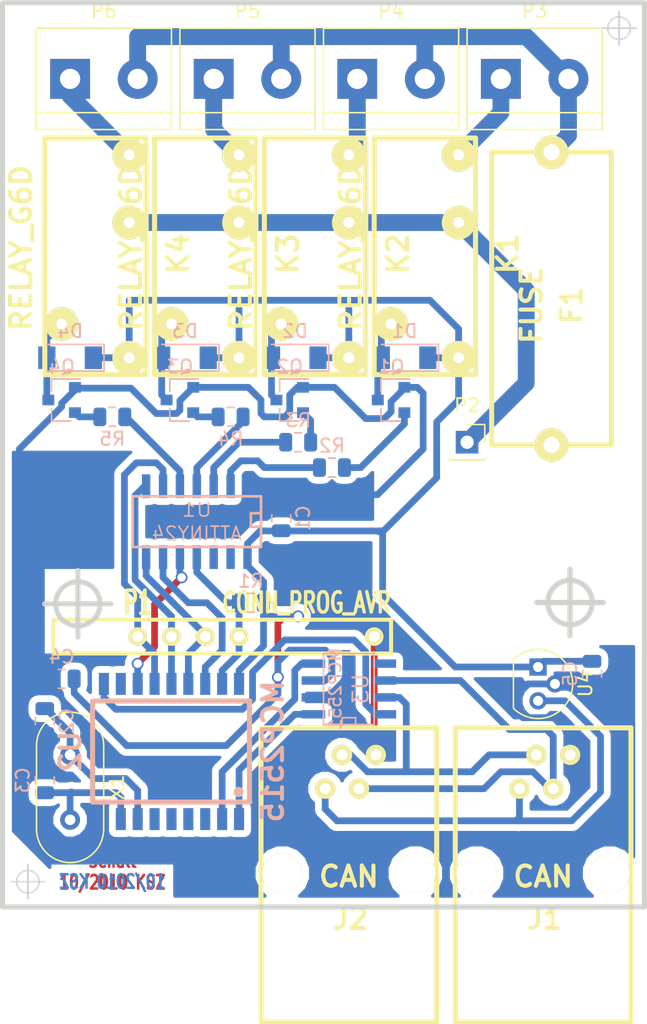
<source format=kicad_pcb>
(kicad_pcb (version 20171130) (host pcbnew 5.0.0+dfsg1-2~bpo9+1)

  (general
    (thickness 1.6002)
    (drawings 10)
    (tracks 318)
    (zones 0)
    (modules 36)
    (nets 44)
  )

  (page A4)
  (title_block
    (date "5 jan 2011")
  )

  (layers
    (0 Vorderseite signal)
    (31 Rückseite signal)
    (32 B.Adhes user)
    (33 F.Adhes user)
    (34 B.Paste user)
    (35 F.Paste user)
    (36 B.SilkS user)
    (37 F.SilkS user)
    (38 B.Mask user)
    (39 F.Mask user)
    (40 Dwgs.User user)
    (41 Cmts.User user)
    (42 Eco1.User user)
    (43 Eco2.User user)
    (44 Edge.Cuts user)
  )

  (setup
    (last_trace_width 0.508)
    (trace_clearance 0.1905)
    (zone_clearance 0.508)
    (zone_45_only no)
    (trace_min 0.508)
    (segment_width 0.381)
    (edge_width 0.381)
    (via_size 0.889)
    (via_drill 0.635)
    (via_min_size 0.889)
    (via_min_drill 0.508)
    (uvia_size 0.508)
    (uvia_drill 0.127)
    (uvias_allowed no)
    (uvia_min_size 0.508)
    (uvia_min_drill 0.127)
    (pcb_text_width 0.3048)
    (pcb_text_size 1.524 2.032)
    (mod_edge_width 0.381)
    (mod_text_size 1.524 1.524)
    (mod_text_width 0.3048)
    (pad_size 1.524 1.524)
    (pad_drill 0.8128)
    (pad_to_mask_clearance 0.254)
    (aux_axis_origin 53.50002 56.49976)
    (visible_elements FFFFFF7F)
    (pcbplotparams
      (layerselection 0x010fc_ffffffff)
      (usegerberextensions false)
      (usegerberattributes false)
      (usegerberadvancedattributes false)
      (creategerberjobfile false)
      (excludeedgelayer true)
      (linewidth 0.100000)
      (plotframeref false)
      (viasonmask false)
      (mode 1)
      (useauxorigin false)
      (hpglpennumber 1)
      (hpglpenspeed 20)
      (hpglpendiameter 15.000000)
      (psnegative false)
      (psa4output false)
      (plotreference true)
      (plotvalue true)
      (plotinvisibletext false)
      (padsonsilk false)
      (subtractmaskfromsilk false)
      (outputformat 1)
      (mirror false)
      (drillshape 1)
      (scaleselection 1)
      (outputdirectory ""))
  )

  (net 0 "")
  (net 1 +5V)
  (net 2 /230V+)
  (net 3 /230V-)
  (net 4 /X1)
  (net 5 /X2)
  (net 6 /X3)
  (net 7 /X4)
  (net 8 GND)
  (net 9 "Net-(Q1-Pad2)")
  (net 10 "Net-(R2-Pad2)")
  (net 11 "Net-(P1-Pad6)")
  (net 12 "Net-(Q4-Pad2)")
  (net 13 "Net-(R5-Pad2)")
  (net 14 "Net-(R4-Pad2)")
  (net 15 "Net-(Q3-Pad2)")
  (net 16 "Net-(Q2-Pad2)")
  (net 17 "Net-(R3-Pad2)")
  (net 18 "Net-(D4-Pad2)")
  (net 19 "Net-(D3-Pad2)")
  (net 20 "Net-(D2-Pad2)")
  (net 21 "Net-(D1-Pad2)")
  (net 22 "Net-(U2-Pad10)")
  (net 23 "Net-(U2-Pad1)")
  (net 24 "Net-(J1-Pad3)")
  (net 25 "Net-(J1-Pad4)")
  (net 26 "Net-(U3-Pad5)")
  (net 27 "Net-(U2-Pad2)")
  (net 28 "Net-(P1-Pad5)")
  (net 29 "Net-(P1-Pad4)")
  (net 30 "Net-(U1-Pad5)")
  (net 31 "Net-(P1-Pad3)")
  (net 32 "Net-(U2-Pad11)")
  (net 33 "Net-(U1-Pad6)")
  (net 34 "Net-(U2-Pad3)")
  (net 35 "Net-(U2-Pad4)")
  (net 36 "Net-(U2-Pad5)")
  (net 37 "Net-(U2-Pad6)")
  (net 38 "Net-(C2-Pad2)")
  (net 39 "Net-(C3-Pad2)")
  (net 40 "Net-(U1-Pad2)")
  (net 41 "Net-(U1-Pad3)")
  (net 42 "Net-(F1-Pad2)")
  (net 43 "Net-(J1-Pad2)")

  (net_class Default "Dies ist die voreingestellte Netzklasse."
    (clearance 0.1905)
    (trace_width 0.508)
    (via_dia 0.889)
    (via_drill 0.635)
    (uvia_dia 0.508)
    (uvia_drill 0.127)
    (diff_pair_gap 0.25)
    (diff_pair_width 0.508)
    (add_net +5V)
    (add_net GND)
    (add_net "Net-(C2-Pad2)")
    (add_net "Net-(C3-Pad2)")
    (add_net "Net-(D1-Pad2)")
    (add_net "Net-(D2-Pad2)")
    (add_net "Net-(D3-Pad2)")
    (add_net "Net-(D4-Pad2)")
    (add_net "Net-(F1-Pad2)")
    (add_net "Net-(J1-Pad2)")
    (add_net "Net-(J1-Pad3)")
    (add_net "Net-(J1-Pad4)")
    (add_net "Net-(P1-Pad3)")
    (add_net "Net-(P1-Pad4)")
    (add_net "Net-(P1-Pad5)")
    (add_net "Net-(P1-Pad6)")
    (add_net "Net-(Q1-Pad2)")
    (add_net "Net-(Q2-Pad2)")
    (add_net "Net-(Q3-Pad2)")
    (add_net "Net-(Q4-Pad2)")
    (add_net "Net-(R2-Pad2)")
    (add_net "Net-(R3-Pad2)")
    (add_net "Net-(R4-Pad2)")
    (add_net "Net-(R5-Pad2)")
    (add_net "Net-(U1-Pad2)")
    (add_net "Net-(U1-Pad3)")
    (add_net "Net-(U1-Pad5)")
    (add_net "Net-(U1-Pad6)")
    (add_net "Net-(U2-Pad1)")
    (add_net "Net-(U2-Pad10)")
    (add_net "Net-(U2-Pad11)")
    (add_net "Net-(U2-Pad2)")
    (add_net "Net-(U2-Pad3)")
    (add_net "Net-(U2-Pad4)")
    (add_net "Net-(U2-Pad5)")
    (add_net "Net-(U2-Pad6)")
    (add_net "Net-(U3-Pad5)")
  )

  (net_class 230V ""
    (clearance 1.016)
    (trace_width 1.27)
    (via_dia 0.889)
    (via_drill 0.635)
    (uvia_dia 0.508)
    (uvia_drill 0.127)
    (diff_pair_gap 0.25)
    (diff_pair_width 1.143)
    (add_net /230V+)
    (add_net /230V-)
    (add_net /X1)
    (add_net /X2)
    (add_net /X3)
    (add_net /X4)
  )

  (module TerminalBlock:TerminalBlock_bornier-2_P5.08mm (layer Vorderseite) (tedit 59FF03AB) (tstamp 5BC04A74)
    (at 40.005 19.05)
    (descr "simple 2-pin terminal block, pitch 5.08mm, revamped version of bornier2")
    (tags "terminal block bornier2")
    (path /4C8B7D6D)
    (fp_text reference P4 (at 2.54 -5.08) (layer F.SilkS)
      (effects (font (size 1 1) (thickness 0.15)))
    )
    (fp_text value Pump (at 2.54 5.08) (layer F.Fab)
      (effects (font (size 1 1) (thickness 0.15)))
    )
    (fp_line (start 7.79 4) (end -2.71 4) (layer F.CrtYd) (width 0.05))
    (fp_line (start 7.79 4) (end 7.79 -4) (layer F.CrtYd) (width 0.05))
    (fp_line (start -2.71 -4) (end -2.71 4) (layer F.CrtYd) (width 0.05))
    (fp_line (start -2.71 -4) (end 7.79 -4) (layer F.CrtYd) (width 0.05))
    (fp_line (start -2.54 3.81) (end 7.62 3.81) (layer F.SilkS) (width 0.12))
    (fp_line (start -2.54 -3.81) (end -2.54 3.81) (layer F.SilkS) (width 0.12))
    (fp_line (start 7.62 -3.81) (end -2.54 -3.81) (layer F.SilkS) (width 0.12))
    (fp_line (start 7.62 3.81) (end 7.62 -3.81) (layer F.SilkS) (width 0.12))
    (fp_line (start 7.62 2.54) (end -2.54 2.54) (layer F.SilkS) (width 0.12))
    (fp_line (start 7.54 -3.75) (end -2.46 -3.75) (layer F.Fab) (width 0.1))
    (fp_line (start 7.54 3.75) (end 7.54 -3.75) (layer F.Fab) (width 0.1))
    (fp_line (start -2.46 3.75) (end 7.54 3.75) (layer F.Fab) (width 0.1))
    (fp_line (start -2.46 -3.75) (end -2.46 3.75) (layer F.Fab) (width 0.1))
    (fp_line (start -2.41 2.55) (end 7.49 2.55) (layer F.Fab) (width 0.1))
    (fp_text user %R (at 2.54 0) (layer F.Fab)
      (effects (font (size 1 1) (thickness 0.15)))
    )
    (pad 2 thru_hole circle (at 5.08 0) (size 3 3) (drill 1.52) (layers *.Cu *.Mask)
      (net 2 /230V+))
    (pad 1 thru_hole rect (at 0 0) (size 3 3) (drill 1.52) (layers *.Cu *.Mask)
      (net 5 /X2))
    (model ${KISYS3DMOD}/TerminalBlock.3dshapes/TerminalBlock_bornier-2_P5.08mm.wrl
      (offset (xyz 2.539999961853027 0 0))
      (scale (xyz 1 1 1))
      (rotate (xyz 0 0 0))
    )
  )

  (module TerminalBlock:TerminalBlock_bornier-2_P5.08mm (layer Vorderseite) (tedit 59FF03AB) (tstamp 5BC04A60)
    (at 50.8 19.05)
    (descr "simple 2-pin terminal block, pitch 5.08mm, revamped version of bornier2")
    (tags "terminal block bornier2")
    (path /4C8B7D3C)
    (fp_text reference P3 (at 2.54 -5.08) (layer F.SilkS)
      (effects (font (size 1 1) (thickness 0.15)))
    )
    (fp_text value Pump (at 2.54 5.08) (layer F.Fab)
      (effects (font (size 1 1) (thickness 0.15)))
    )
    (fp_text user %R (at 2.54 0) (layer F.Fab)
      (effects (font (size 1 1) (thickness 0.15)))
    )
    (fp_line (start -2.41 2.55) (end 7.49 2.55) (layer F.Fab) (width 0.1))
    (fp_line (start -2.46 -3.75) (end -2.46 3.75) (layer F.Fab) (width 0.1))
    (fp_line (start -2.46 3.75) (end 7.54 3.75) (layer F.Fab) (width 0.1))
    (fp_line (start 7.54 3.75) (end 7.54 -3.75) (layer F.Fab) (width 0.1))
    (fp_line (start 7.54 -3.75) (end -2.46 -3.75) (layer F.Fab) (width 0.1))
    (fp_line (start 7.62 2.54) (end -2.54 2.54) (layer F.SilkS) (width 0.12))
    (fp_line (start 7.62 3.81) (end 7.62 -3.81) (layer F.SilkS) (width 0.12))
    (fp_line (start 7.62 -3.81) (end -2.54 -3.81) (layer F.SilkS) (width 0.12))
    (fp_line (start -2.54 -3.81) (end -2.54 3.81) (layer F.SilkS) (width 0.12))
    (fp_line (start -2.54 3.81) (end 7.62 3.81) (layer F.SilkS) (width 0.12))
    (fp_line (start -2.71 -4) (end 7.79 -4) (layer F.CrtYd) (width 0.05))
    (fp_line (start -2.71 -4) (end -2.71 4) (layer F.CrtYd) (width 0.05))
    (fp_line (start 7.79 4) (end 7.79 -4) (layer F.CrtYd) (width 0.05))
    (fp_line (start 7.79 4) (end -2.71 4) (layer F.CrtYd) (width 0.05))
    (pad 1 thru_hole rect (at 0 0) (size 3 3) (drill 1.52) (layers *.Cu *.Mask)
      (net 4 /X1))
    (pad 2 thru_hole circle (at 5.08 0) (size 3 3) (drill 1.52) (layers *.Cu *.Mask)
      (net 2 /230V+))
    (model ${KISYS3DMOD}/TerminalBlock.3dshapes/TerminalBlock_bornier-2_P5.08mm.wrl
      (offset (xyz 2.539999961853027 0 0))
      (scale (xyz 1 1 1))
      (rotate (xyz 0 0 0))
    )
  )

  (module TerminalBlock:TerminalBlock_bornier-2_P5.08mm (layer Vorderseite) (tedit 59FF03AB) (tstamp 5BC04A4C)
    (at 18.415 19.05)
    (descr "simple 2-pin terminal block, pitch 5.08mm, revamped version of bornier2")
    (tags "terminal block bornier2")
    (path /4C8B7DA9)
    (fp_text reference P6 (at 2.54 -5.08) (layer F.SilkS)
      (effects (font (size 1 1) (thickness 0.15)))
    )
    (fp_text value Pump (at 2.54 5.08) (layer F.Fab)
      (effects (font (size 1 1) (thickness 0.15)))
    )
    (fp_line (start 7.79 4) (end -2.71 4) (layer F.CrtYd) (width 0.05))
    (fp_line (start 7.79 4) (end 7.79 -4) (layer F.CrtYd) (width 0.05))
    (fp_line (start -2.71 -4) (end -2.71 4) (layer F.CrtYd) (width 0.05))
    (fp_line (start -2.71 -4) (end 7.79 -4) (layer F.CrtYd) (width 0.05))
    (fp_line (start -2.54 3.81) (end 7.62 3.81) (layer F.SilkS) (width 0.12))
    (fp_line (start -2.54 -3.81) (end -2.54 3.81) (layer F.SilkS) (width 0.12))
    (fp_line (start 7.62 -3.81) (end -2.54 -3.81) (layer F.SilkS) (width 0.12))
    (fp_line (start 7.62 3.81) (end 7.62 -3.81) (layer F.SilkS) (width 0.12))
    (fp_line (start 7.62 2.54) (end -2.54 2.54) (layer F.SilkS) (width 0.12))
    (fp_line (start 7.54 -3.75) (end -2.46 -3.75) (layer F.Fab) (width 0.1))
    (fp_line (start 7.54 3.75) (end 7.54 -3.75) (layer F.Fab) (width 0.1))
    (fp_line (start -2.46 3.75) (end 7.54 3.75) (layer F.Fab) (width 0.1))
    (fp_line (start -2.46 -3.75) (end -2.46 3.75) (layer F.Fab) (width 0.1))
    (fp_line (start -2.41 2.55) (end 7.49 2.55) (layer F.Fab) (width 0.1))
    (fp_text user %R (at 2.54 0) (layer F.Fab)
      (effects (font (size 1 1) (thickness 0.15)))
    )
    (pad 2 thru_hole circle (at 5.08 0) (size 3 3) (drill 1.52) (layers *.Cu *.Mask)
      (net 2 /230V+))
    (pad 1 thru_hole rect (at 0 0) (size 3 3) (drill 1.52) (layers *.Cu *.Mask)
      (net 7 /X4))
    (model ${KISYS3DMOD}/TerminalBlock.3dshapes/TerminalBlock_bornier-2_P5.08mm.wrl
      (offset (xyz 2.539999961853027 0 0))
      (scale (xyz 1 1 1))
      (rotate (xyz 0 0 0))
    )
  )

  (module TerminalBlock:TerminalBlock_bornier-2_P5.08mm (layer Vorderseite) (tedit 59FF03AB) (tstamp 5BC04A38)
    (at 29.21 19.05)
    (descr "simple 2-pin terminal block, pitch 5.08mm, revamped version of bornier2")
    (tags "terminal block bornier2")
    (path /4C8B7D83)
    (fp_text reference P5 (at 2.54 -5.08) (layer F.SilkS)
      (effects (font (size 1 1) (thickness 0.15)))
    )
    (fp_text value Pump (at 2.54 5.08) (layer F.Fab)
      (effects (font (size 1 1) (thickness 0.15)))
    )
    (fp_text user %R (at 2.54 0) (layer F.Fab)
      (effects (font (size 1 1) (thickness 0.15)))
    )
    (fp_line (start -2.41 2.55) (end 7.49 2.55) (layer F.Fab) (width 0.1))
    (fp_line (start -2.46 -3.75) (end -2.46 3.75) (layer F.Fab) (width 0.1))
    (fp_line (start -2.46 3.75) (end 7.54 3.75) (layer F.Fab) (width 0.1))
    (fp_line (start 7.54 3.75) (end 7.54 -3.75) (layer F.Fab) (width 0.1))
    (fp_line (start 7.54 -3.75) (end -2.46 -3.75) (layer F.Fab) (width 0.1))
    (fp_line (start 7.62 2.54) (end -2.54 2.54) (layer F.SilkS) (width 0.12))
    (fp_line (start 7.62 3.81) (end 7.62 -3.81) (layer F.SilkS) (width 0.12))
    (fp_line (start 7.62 -3.81) (end -2.54 -3.81) (layer F.SilkS) (width 0.12))
    (fp_line (start -2.54 -3.81) (end -2.54 3.81) (layer F.SilkS) (width 0.12))
    (fp_line (start -2.54 3.81) (end 7.62 3.81) (layer F.SilkS) (width 0.12))
    (fp_line (start -2.71 -4) (end 7.79 -4) (layer F.CrtYd) (width 0.05))
    (fp_line (start -2.71 -4) (end -2.71 4) (layer F.CrtYd) (width 0.05))
    (fp_line (start 7.79 4) (end 7.79 -4) (layer F.CrtYd) (width 0.05))
    (fp_line (start 7.79 4) (end -2.71 4) (layer F.CrtYd) (width 0.05))
    (pad 1 thru_hole rect (at 0 0) (size 3 3) (drill 1.52) (layers *.Cu *.Mask)
      (net 6 /X3))
    (pad 2 thru_hole circle (at 5.08 0) (size 3 3) (drill 1.52) (layers *.Cu *.Mask)
      (net 2 /230V+))
    (model ${KISYS3DMOD}/TerminalBlock.3dshapes/TerminalBlock_bornier-2_P5.08mm.wrl
      (offset (xyz 2.539999961853027 0 0))
      (scale (xyz 1 1 1))
      (rotate (xyz 0 0 0))
    )
  )

  (module Capacitor_SMD:C_0805_2012Metric (layer Rückseite) (tedit 5B36C52B) (tstamp 5BC020B2)
    (at 57.658 63.754 270)
    (descr "Capacitor SMD 0805 (2012 Metric), square (rectangular) end terminal, IPC_7351 nominal, (Body size source: https://docs.google.com/spreadsheets/d/1BsfQQcO9C6DZCsRaXUlFlo91Tg2WpOkGARC1WS5S8t0/edit?usp=sharing), generated with kicad-footprint-generator")
    (tags capacitor)
    (path /5BB81BF9)
    (attr smd)
    (fp_text reference C5 (at 0 1.65 270) (layer B.SilkS)
      (effects (font (size 1 1) (thickness 0.15)) (justify mirror))
    )
    (fp_text value 2.2u (at 0 -1.65 270) (layer B.Fab)
      (effects (font (size 1 1) (thickness 0.15)) (justify mirror))
    )
    (fp_line (start -1 -0.6) (end -1 0.6) (layer B.Fab) (width 0.1))
    (fp_line (start -1 0.6) (end 1 0.6) (layer B.Fab) (width 0.1))
    (fp_line (start 1 0.6) (end 1 -0.6) (layer B.Fab) (width 0.1))
    (fp_line (start 1 -0.6) (end -1 -0.6) (layer B.Fab) (width 0.1))
    (fp_line (start -0.258578 0.71) (end 0.258578 0.71) (layer B.SilkS) (width 0.12))
    (fp_line (start -0.258578 -0.71) (end 0.258578 -0.71) (layer B.SilkS) (width 0.12))
    (fp_line (start -1.68 -0.95) (end -1.68 0.95) (layer B.CrtYd) (width 0.05))
    (fp_line (start -1.68 0.95) (end 1.68 0.95) (layer B.CrtYd) (width 0.05))
    (fp_line (start 1.68 0.95) (end 1.68 -0.95) (layer B.CrtYd) (width 0.05))
    (fp_line (start 1.68 -0.95) (end -1.68 -0.95) (layer B.CrtYd) (width 0.05))
    (fp_text user %R (at 0 0 270) (layer B.Fab)
      (effects (font (size 0.5 0.5) (thickness 0.08)) (justify mirror))
    )
    (pad 1 smd roundrect (at -0.9375 0 270) (size 0.975 1.4) (layers Rückseite B.Paste B.Mask) (roundrect_rratio 0.25)
      (net 1 +5V))
    (pad 2 smd roundrect (at 0.9375 0 270) (size 0.975 1.4) (layers Rückseite B.Paste B.Mask) (roundrect_rratio 0.25)
      (net 8 GND))
    (model ${KISYS3DMOD}/Capacitor_SMD.3dshapes/C_0805_2012Metric.wrl
      (at (xyz 0 0 0))
      (scale (xyz 1 1 1))
      (rotate (xyz 0 0 0))
    )
  )

  (module Package_TO_SOT_SMD:SOT-23 (layer Rückseite) (tedit 5A02FF57) (tstamp 5BC01D70)
    (at 42.545 43.18 180)
    (descr "SOT-23, Standard")
    (tags SOT-23)
    (path /4C99B158)
    (attr smd)
    (fp_text reference Q1 (at 0 2.5 180) (layer B.SilkS)
      (effects (font (size 1 1) (thickness 0.15)) (justify mirror))
    )
    (fp_text value NPN (at 0 -2.5 180) (layer B.Fab)
      (effects (font (size 1 1) (thickness 0.15)) (justify mirror))
    )
    (fp_line (start 0.76 -1.58) (end -0.7 -1.58) (layer B.SilkS) (width 0.12))
    (fp_line (start 0.76 1.58) (end -1.4 1.58) (layer B.SilkS) (width 0.12))
    (fp_line (start -1.7 -1.75) (end -1.7 1.75) (layer B.CrtYd) (width 0.05))
    (fp_line (start 1.7 -1.75) (end -1.7 -1.75) (layer B.CrtYd) (width 0.05))
    (fp_line (start 1.7 1.75) (end 1.7 -1.75) (layer B.CrtYd) (width 0.05))
    (fp_line (start -1.7 1.75) (end 1.7 1.75) (layer B.CrtYd) (width 0.05))
    (fp_line (start 0.76 1.58) (end 0.76 0.65) (layer B.SilkS) (width 0.12))
    (fp_line (start 0.76 -1.58) (end 0.76 -0.65) (layer B.SilkS) (width 0.12))
    (fp_line (start -0.7 -1.52) (end 0.7 -1.52) (layer B.Fab) (width 0.1))
    (fp_line (start 0.7 1.52) (end 0.7 -1.52) (layer B.Fab) (width 0.1))
    (fp_line (start -0.7 0.95) (end -0.15 1.52) (layer B.Fab) (width 0.1))
    (fp_line (start -0.15 1.52) (end 0.7 1.52) (layer B.Fab) (width 0.1))
    (fp_line (start -0.7 0.95) (end -0.7 -1.5) (layer B.Fab) (width 0.1))
    (fp_text user %R (at 0 0 90) (layer B.Fab)
      (effects (font (size 0.5 0.5) (thickness 0.075)) (justify mirror))
    )
    (pad 3 smd rect (at 1 0 180) (size 0.9 0.8) (layers Rückseite B.Paste B.Mask)
      (net 21 "Net-(D1-Pad2)"))
    (pad 2 smd rect (at -1 -0.95 180) (size 0.9 0.8) (layers Rückseite B.Paste B.Mask)
      (net 9 "Net-(Q1-Pad2)"))
    (pad 1 smd rect (at -1 0.95 180) (size 0.9 0.8) (layers Rückseite B.Paste B.Mask)
      (net 8 GND))
    (model ${KISYS3DMOD}/Package_TO_SOT_SMD.3dshapes/SOT-23.wrl
      (at (xyz 0 0 0))
      (scale (xyz 1 1 1))
      (rotate (xyz 0 0 0))
    )
  )

  (module Package_TO_SOT_SMD:SOT-23 (layer Rückseite) (tedit 5A02FF57) (tstamp 5BC01D5C)
    (at 34.925 43.18 180)
    (descr "SOT-23, Standard")
    (tags SOT-23)
    (path /4C99B49A)
    (attr smd)
    (fp_text reference Q2 (at 0 2.5 180) (layer B.SilkS)
      (effects (font (size 1 1) (thickness 0.15)) (justify mirror))
    )
    (fp_text value NPN (at 0 -2.5 180) (layer B.Fab)
      (effects (font (size 1 1) (thickness 0.15)) (justify mirror))
    )
    (fp_text user %R (at 0 0 90) (layer B.Fab)
      (effects (font (size 0.5 0.5) (thickness 0.075)) (justify mirror))
    )
    (fp_line (start -0.7 0.95) (end -0.7 -1.5) (layer B.Fab) (width 0.1))
    (fp_line (start -0.15 1.52) (end 0.7 1.52) (layer B.Fab) (width 0.1))
    (fp_line (start -0.7 0.95) (end -0.15 1.52) (layer B.Fab) (width 0.1))
    (fp_line (start 0.7 1.52) (end 0.7 -1.52) (layer B.Fab) (width 0.1))
    (fp_line (start -0.7 -1.52) (end 0.7 -1.52) (layer B.Fab) (width 0.1))
    (fp_line (start 0.76 -1.58) (end 0.76 -0.65) (layer B.SilkS) (width 0.12))
    (fp_line (start 0.76 1.58) (end 0.76 0.65) (layer B.SilkS) (width 0.12))
    (fp_line (start -1.7 1.75) (end 1.7 1.75) (layer B.CrtYd) (width 0.05))
    (fp_line (start 1.7 1.75) (end 1.7 -1.75) (layer B.CrtYd) (width 0.05))
    (fp_line (start 1.7 -1.75) (end -1.7 -1.75) (layer B.CrtYd) (width 0.05))
    (fp_line (start -1.7 -1.75) (end -1.7 1.75) (layer B.CrtYd) (width 0.05))
    (fp_line (start 0.76 1.58) (end -1.4 1.58) (layer B.SilkS) (width 0.12))
    (fp_line (start 0.76 -1.58) (end -0.7 -1.58) (layer B.SilkS) (width 0.12))
    (pad 1 smd rect (at -1 0.95 180) (size 0.9 0.8) (layers Rückseite B.Paste B.Mask)
      (net 8 GND))
    (pad 2 smd rect (at -1 -0.95 180) (size 0.9 0.8) (layers Rückseite B.Paste B.Mask)
      (net 16 "Net-(Q2-Pad2)"))
    (pad 3 smd rect (at 1 0 180) (size 0.9 0.8) (layers Rückseite B.Paste B.Mask)
      (net 20 "Net-(D2-Pad2)"))
    (model ${KISYS3DMOD}/Package_TO_SOT_SMD.3dshapes/SOT-23.wrl
      (at (xyz 0 0 0))
      (scale (xyz 1 1 1))
      (rotate (xyz 0 0 0))
    )
  )

  (module Package_TO_SOT_SMD:SOT-23 (layer Rückseite) (tedit 5A02FF57) (tstamp 5BC01D48)
    (at 26.67 43.18 180)
    (descr "SOT-23, Standard")
    (tags SOT-23)
    (path /4C99B4FF)
    (attr smd)
    (fp_text reference Q3 (at 0 2.5 180) (layer B.SilkS)
      (effects (font (size 1 1) (thickness 0.15)) (justify mirror))
    )
    (fp_text value NPN (at 0 -2.5 180) (layer B.Fab)
      (effects (font (size 1 1) (thickness 0.15)) (justify mirror))
    )
    (fp_line (start 0.76 -1.58) (end -0.7 -1.58) (layer B.SilkS) (width 0.12))
    (fp_line (start 0.76 1.58) (end -1.4 1.58) (layer B.SilkS) (width 0.12))
    (fp_line (start -1.7 -1.75) (end -1.7 1.75) (layer B.CrtYd) (width 0.05))
    (fp_line (start 1.7 -1.75) (end -1.7 -1.75) (layer B.CrtYd) (width 0.05))
    (fp_line (start 1.7 1.75) (end 1.7 -1.75) (layer B.CrtYd) (width 0.05))
    (fp_line (start -1.7 1.75) (end 1.7 1.75) (layer B.CrtYd) (width 0.05))
    (fp_line (start 0.76 1.58) (end 0.76 0.65) (layer B.SilkS) (width 0.12))
    (fp_line (start 0.76 -1.58) (end 0.76 -0.65) (layer B.SilkS) (width 0.12))
    (fp_line (start -0.7 -1.52) (end 0.7 -1.52) (layer B.Fab) (width 0.1))
    (fp_line (start 0.7 1.52) (end 0.7 -1.52) (layer B.Fab) (width 0.1))
    (fp_line (start -0.7 0.95) (end -0.15 1.52) (layer B.Fab) (width 0.1))
    (fp_line (start -0.15 1.52) (end 0.7 1.52) (layer B.Fab) (width 0.1))
    (fp_line (start -0.7 0.95) (end -0.7 -1.5) (layer B.Fab) (width 0.1))
    (fp_text user %R (at 0 0 90) (layer B.Fab)
      (effects (font (size 0.5 0.5) (thickness 0.075)) (justify mirror))
    )
    (pad 3 smd rect (at 1 0 180) (size 0.9 0.8) (layers Rückseite B.Paste B.Mask)
      (net 19 "Net-(D3-Pad2)"))
    (pad 2 smd rect (at -1 -0.95 180) (size 0.9 0.8) (layers Rückseite B.Paste B.Mask)
      (net 15 "Net-(Q3-Pad2)"))
    (pad 1 smd rect (at -1 0.95 180) (size 0.9 0.8) (layers Rückseite B.Paste B.Mask)
      (net 8 GND))
    (model ${KISYS3DMOD}/Package_TO_SOT_SMD.3dshapes/SOT-23.wrl
      (at (xyz 0 0 0))
      (scale (xyz 1 1 1))
      (rotate (xyz 0 0 0))
    )
  )

  (module Package_TO_SOT_SMD:SOT-23 (layer Rückseite) (tedit 5A02FF57) (tstamp 5BC01D34)
    (at 17.78 43.18 180)
    (descr "SOT-23, Standard")
    (tags SOT-23)
    (path /4C99B50C)
    (attr smd)
    (fp_text reference Q4 (at 0 2.5 180) (layer B.SilkS)
      (effects (font (size 1 1) (thickness 0.15)) (justify mirror))
    )
    (fp_text value NPN (at 0 -2.5 180) (layer B.Fab)
      (effects (font (size 1 1) (thickness 0.15)) (justify mirror))
    )
    (fp_text user %R (at 0 0 90) (layer B.Fab)
      (effects (font (size 0.5 0.5) (thickness 0.075)) (justify mirror))
    )
    (fp_line (start -0.7 0.95) (end -0.7 -1.5) (layer B.Fab) (width 0.1))
    (fp_line (start -0.15 1.52) (end 0.7 1.52) (layer B.Fab) (width 0.1))
    (fp_line (start -0.7 0.95) (end -0.15 1.52) (layer B.Fab) (width 0.1))
    (fp_line (start 0.7 1.52) (end 0.7 -1.52) (layer B.Fab) (width 0.1))
    (fp_line (start -0.7 -1.52) (end 0.7 -1.52) (layer B.Fab) (width 0.1))
    (fp_line (start 0.76 -1.58) (end 0.76 -0.65) (layer B.SilkS) (width 0.12))
    (fp_line (start 0.76 1.58) (end 0.76 0.65) (layer B.SilkS) (width 0.12))
    (fp_line (start -1.7 1.75) (end 1.7 1.75) (layer B.CrtYd) (width 0.05))
    (fp_line (start 1.7 1.75) (end 1.7 -1.75) (layer B.CrtYd) (width 0.05))
    (fp_line (start 1.7 -1.75) (end -1.7 -1.75) (layer B.CrtYd) (width 0.05))
    (fp_line (start -1.7 -1.75) (end -1.7 1.75) (layer B.CrtYd) (width 0.05))
    (fp_line (start 0.76 1.58) (end -1.4 1.58) (layer B.SilkS) (width 0.12))
    (fp_line (start 0.76 -1.58) (end -0.7 -1.58) (layer B.SilkS) (width 0.12))
    (pad 1 smd rect (at -1 0.95 180) (size 0.9 0.8) (layers Rückseite B.Paste B.Mask)
      (net 8 GND))
    (pad 2 smd rect (at -1 -0.95 180) (size 0.9 0.8) (layers Rückseite B.Paste B.Mask)
      (net 12 "Net-(Q4-Pad2)"))
    (pad 3 smd rect (at 1 0 180) (size 0.9 0.8) (layers Rückseite B.Paste B.Mask)
      (net 18 "Net-(D4-Pad2)"))
    (model ${KISYS3DMOD}/Package_TO_SOT_SMD.3dshapes/SOT-23.wrl
      (at (xyz 0 0 0))
      (scale (xyz 1 1 1))
      (rotate (xyz 0 0 0))
    )
  )

  (module Package_TO_SOT_THT:TO-92 (layer Vorderseite) (tedit 5A279852) (tstamp 5BC01D33)
    (at 53.594 63.246 270)
    (descr "TO-92 leads molded, narrow, drill 0.75mm (see NXP sot054_po.pdf)")
    (tags "to-92 sc-43 sc-43a sot54 PA33 transistor")
    (path /5BB452BC)
    (fp_text reference U4 (at 1.27 -3.56 270) (layer F.SilkS)
      (effects (font (size 1 1) (thickness 0.15)))
    )
    (fp_text value LP2950-5.0_TO92 (at 1.27 2.79 270) (layer F.Fab)
      (effects (font (size 1 1) (thickness 0.15)))
    )
    (fp_text user %R (at 1.27 -3.56 270) (layer F.Fab)
      (effects (font (size 1 1) (thickness 0.15)))
    )
    (fp_line (start -0.53 1.85) (end 3.07 1.85) (layer F.SilkS) (width 0.12))
    (fp_line (start -0.5 1.75) (end 3 1.75) (layer F.Fab) (width 0.1))
    (fp_line (start -1.46 -2.73) (end 4 -2.73) (layer F.CrtYd) (width 0.05))
    (fp_line (start -1.46 -2.73) (end -1.46 2.01) (layer F.CrtYd) (width 0.05))
    (fp_line (start 4 2.01) (end 4 -2.73) (layer F.CrtYd) (width 0.05))
    (fp_line (start 4 2.01) (end -1.46 2.01) (layer F.CrtYd) (width 0.05))
    (fp_arc (start 1.27 0) (end 1.27 -2.48) (angle 135) (layer F.Fab) (width 0.1))
    (fp_arc (start 1.27 0) (end 1.27 -2.6) (angle -135) (layer F.SilkS) (width 0.12))
    (fp_arc (start 1.27 0) (end 1.27 -2.48) (angle -135) (layer F.Fab) (width 0.1))
    (fp_arc (start 1.27 0) (end 1.27 -2.6) (angle 135) (layer F.SilkS) (width 0.12))
    (pad 2 thru_hole circle (at 1.27 -1.27) (size 1.3 1.3) (drill 0.75) (layers *.Cu *.Mask)
      (net 8 GND))
    (pad 3 thru_hole circle (at 2.54 0) (size 1.3 1.3) (drill 0.75) (layers *.Cu *.Mask)
      (net 43 "Net-(J1-Pad2)"))
    (pad 1 thru_hole rect (at 0 0) (size 1.3 1.3) (drill 0.75) (layers *.Cu *.Mask)
      (net 1 +5V))
    (model ${KISYS3DMOD}/Package_TO_SOT_THT.3dshapes/TO-92.wrl
      (at (xyz 0 0 0))
      (scale (xyz 1 1 1))
      (rotate (xyz 0 0 0))
    )
  )

  (module Capacitor_SMD:C_0805_2012Metric (layer Rückseite) (tedit 5B36C52B) (tstamp 5BB3DA85)
    (at 16.51 67.31 90)
    (descr "Capacitor SMD 0805 (2012 Metric), square (rectangular) end terminal, IPC_7351 nominal, (Body size source: https://docs.google.com/spreadsheets/d/1BsfQQcO9C6DZCsRaXUlFlo91Tg2WpOkGARC1WS5S8t0/edit?usp=sharing), generated with kicad-footprint-generator")
    (tags capacitor)
    (path /4CA20D9B)
    (attr smd)
    (fp_text reference C2 (at 0 1.65 90) (layer B.SilkS)
      (effects (font (size 1 1) (thickness 0.15)) (justify mirror))
    )
    (fp_text value 22pF (at 0 -1.65 90) (layer B.Fab)
      (effects (font (size 1 1) (thickness 0.15)) (justify mirror))
    )
    (fp_text user %R (at 0 0 90) (layer B.Fab)
      (effects (font (size 0.5 0.5) (thickness 0.08)) (justify mirror))
    )
    (fp_line (start 1.68 -0.95) (end -1.68 -0.95) (layer B.CrtYd) (width 0.05))
    (fp_line (start 1.68 0.95) (end 1.68 -0.95) (layer B.CrtYd) (width 0.05))
    (fp_line (start -1.68 0.95) (end 1.68 0.95) (layer B.CrtYd) (width 0.05))
    (fp_line (start -1.68 -0.95) (end -1.68 0.95) (layer B.CrtYd) (width 0.05))
    (fp_line (start -0.258578 -0.71) (end 0.258578 -0.71) (layer B.SilkS) (width 0.12))
    (fp_line (start -0.258578 0.71) (end 0.258578 0.71) (layer B.SilkS) (width 0.12))
    (fp_line (start 1 -0.6) (end -1 -0.6) (layer B.Fab) (width 0.1))
    (fp_line (start 1 0.6) (end 1 -0.6) (layer B.Fab) (width 0.1))
    (fp_line (start -1 0.6) (end 1 0.6) (layer B.Fab) (width 0.1))
    (fp_line (start -1 -0.6) (end -1 0.6) (layer B.Fab) (width 0.1))
    (pad 2 smd roundrect (at 0.9375 0 90) (size 0.975 1.4) (layers Rückseite B.Paste B.Mask) (roundrect_rratio 0.25)
      (net 38 "Net-(C2-Pad2)"))
    (pad 1 smd roundrect (at -0.9375 0 90) (size 0.975 1.4) (layers Rückseite B.Paste B.Mask) (roundrect_rratio 0.25)
      (net 8 GND))
    (model ${KISYS3DMOD}/Capacitor_SMD.3dshapes/C_0805_2012Metric.wrl
      (at (xyz 0 0 0))
      (scale (xyz 1 1 1))
      (rotate (xyz 0 0 0))
    )
  )

  (module Capacitor_SMD:C_0805_2012Metric (layer Rückseite) (tedit 5B36C52B) (tstamp 5BB3DA75)
    (at 16.51 71.755 270)
    (descr "Capacitor SMD 0805 (2012 Metric), square (rectangular) end terminal, IPC_7351 nominal, (Body size source: https://docs.google.com/spreadsheets/d/1BsfQQcO9C6DZCsRaXUlFlo91Tg2WpOkGARC1WS5S8t0/edit?usp=sharing), generated with kicad-footprint-generator")
    (tags capacitor)
    (path /4CA20DB3)
    (attr smd)
    (fp_text reference C3 (at 0 1.65 270) (layer B.SilkS)
      (effects (font (size 1 1) (thickness 0.15)) (justify mirror))
    )
    (fp_text value 22pF (at 0 -1.65 270) (layer B.Fab)
      (effects (font (size 1 1) (thickness 0.15)) (justify mirror))
    )
    (fp_line (start -1 -0.6) (end -1 0.6) (layer B.Fab) (width 0.1))
    (fp_line (start -1 0.6) (end 1 0.6) (layer B.Fab) (width 0.1))
    (fp_line (start 1 0.6) (end 1 -0.6) (layer B.Fab) (width 0.1))
    (fp_line (start 1 -0.6) (end -1 -0.6) (layer B.Fab) (width 0.1))
    (fp_line (start -0.258578 0.71) (end 0.258578 0.71) (layer B.SilkS) (width 0.12))
    (fp_line (start -0.258578 -0.71) (end 0.258578 -0.71) (layer B.SilkS) (width 0.12))
    (fp_line (start -1.68 -0.95) (end -1.68 0.95) (layer B.CrtYd) (width 0.05))
    (fp_line (start -1.68 0.95) (end 1.68 0.95) (layer B.CrtYd) (width 0.05))
    (fp_line (start 1.68 0.95) (end 1.68 -0.95) (layer B.CrtYd) (width 0.05))
    (fp_line (start 1.68 -0.95) (end -1.68 -0.95) (layer B.CrtYd) (width 0.05))
    (fp_text user %R (at 0 0 270) (layer B.Fab)
      (effects (font (size 0.5 0.5) (thickness 0.08)) (justify mirror))
    )
    (pad 1 smd roundrect (at -0.9375 0 270) (size 0.975 1.4) (layers Rückseite B.Paste B.Mask) (roundrect_rratio 0.25)
      (net 8 GND))
    (pad 2 smd roundrect (at 0.9375 0 270) (size 0.975 1.4) (layers Rückseite B.Paste B.Mask) (roundrect_rratio 0.25)
      (net 39 "Net-(C3-Pad2)"))
    (model ${KISYS3DMOD}/Capacitor_SMD.3dshapes/C_0805_2012Metric.wrl
      (at (xyz 0 0 0))
      (scale (xyz 1 1 1))
      (rotate (xyz 0 0 0))
    )
  )

  (module Capacitor_SMD:C_0805_2012Metric (layer Rückseite) (tedit 5B36C52B) (tstamp 5BB3DA74)
    (at 17.78 64.135 180)
    (descr "Capacitor SMD 0805 (2012 Metric), square (rectangular) end terminal, IPC_7351 nominal, (Body size source: https://docs.google.com/spreadsheets/d/1BsfQQcO9C6DZCsRaXUlFlo91Tg2WpOkGARC1WS5S8t0/edit?usp=sharing), generated with kicad-footprint-generator")
    (tags capacitor)
    (path /5B8C0C1E)
    (attr smd)
    (fp_text reference C4 (at 0 1.65 180) (layer B.SilkS)
      (effects (font (size 1 1) (thickness 0.15)) (justify mirror))
    )
    (fp_text value 100n (at 0 -1.65 180) (layer B.Fab)
      (effects (font (size 1 1) (thickness 0.15)) (justify mirror))
    )
    (fp_text user %R (at 0 0 180) (layer B.Fab)
      (effects (font (size 0.5 0.5) (thickness 0.08)) (justify mirror))
    )
    (fp_line (start 1.68 -0.95) (end -1.68 -0.95) (layer B.CrtYd) (width 0.05))
    (fp_line (start 1.68 0.95) (end 1.68 -0.95) (layer B.CrtYd) (width 0.05))
    (fp_line (start -1.68 0.95) (end 1.68 0.95) (layer B.CrtYd) (width 0.05))
    (fp_line (start -1.68 -0.95) (end -1.68 0.95) (layer B.CrtYd) (width 0.05))
    (fp_line (start -0.258578 -0.71) (end 0.258578 -0.71) (layer B.SilkS) (width 0.12))
    (fp_line (start -0.258578 0.71) (end 0.258578 0.71) (layer B.SilkS) (width 0.12))
    (fp_line (start 1 -0.6) (end -1 -0.6) (layer B.Fab) (width 0.1))
    (fp_line (start 1 0.6) (end 1 -0.6) (layer B.Fab) (width 0.1))
    (fp_line (start -1 0.6) (end 1 0.6) (layer B.Fab) (width 0.1))
    (fp_line (start -1 -0.6) (end -1 0.6) (layer B.Fab) (width 0.1))
    (pad 2 smd roundrect (at 0.9375 0 180) (size 0.975 1.4) (layers Rückseite B.Paste B.Mask) (roundrect_rratio 0.25)
      (net 8 GND))
    (pad 1 smd roundrect (at -0.9375 0 180) (size 0.975 1.4) (layers Rückseite B.Paste B.Mask) (roundrect_rratio 0.25)
      (net 1 +5V))
    (model ${KISYS3DMOD}/Capacitor_SMD.3dshapes/C_0805_2012Metric.wrl
      (at (xyz 0 0 0))
      (scale (xyz 1 1 1))
      (rotate (xyz 0 0 0))
    )
  )

  (module Capacitor_SMD:C_0805_2012Metric (layer Rückseite) (tedit 5B36C52B) (tstamp 5BB3DA54)
    (at 34.29 52.07 90)
    (descr "Capacitor SMD 0805 (2012 Metric), square (rectangular) end terminal, IPC_7351 nominal, (Body size source: https://docs.google.com/spreadsheets/d/1BsfQQcO9C6DZCsRaXUlFlo91Tg2WpOkGARC1WS5S8t0/edit?usp=sharing), generated with kicad-footprint-generator")
    (tags capacitor)
    (path /4C88E9B8)
    (attr smd)
    (fp_text reference C1 (at 0 1.65 90) (layer B.SilkS)
      (effects (font (size 1 1) (thickness 0.15)) (justify mirror))
    )
    (fp_text value 100n (at 0 -1.65 90) (layer B.Fab)
      (effects (font (size 1 1) (thickness 0.15)) (justify mirror))
    )
    (fp_line (start -1 -0.6) (end -1 0.6) (layer B.Fab) (width 0.1))
    (fp_line (start -1 0.6) (end 1 0.6) (layer B.Fab) (width 0.1))
    (fp_line (start 1 0.6) (end 1 -0.6) (layer B.Fab) (width 0.1))
    (fp_line (start 1 -0.6) (end -1 -0.6) (layer B.Fab) (width 0.1))
    (fp_line (start -0.258578 0.71) (end 0.258578 0.71) (layer B.SilkS) (width 0.12))
    (fp_line (start -0.258578 -0.71) (end 0.258578 -0.71) (layer B.SilkS) (width 0.12))
    (fp_line (start -1.68 -0.95) (end -1.68 0.95) (layer B.CrtYd) (width 0.05))
    (fp_line (start -1.68 0.95) (end 1.68 0.95) (layer B.CrtYd) (width 0.05))
    (fp_line (start 1.68 0.95) (end 1.68 -0.95) (layer B.CrtYd) (width 0.05))
    (fp_line (start 1.68 -0.95) (end -1.68 -0.95) (layer B.CrtYd) (width 0.05))
    (fp_text user %R (at 0 0 90) (layer B.Fab)
      (effects (font (size 0.5 0.5) (thickness 0.08)) (justify mirror))
    )
    (pad 1 smd roundrect (at -0.9375 0 90) (size 0.975 1.4) (layers Rückseite B.Paste B.Mask) (roundrect_rratio 0.25)
      (net 1 +5V))
    (pad 2 smd roundrect (at 0.9375 0 90) (size 0.975 1.4) (layers Rückseite B.Paste B.Mask) (roundrect_rratio 0.25)
      (net 8 GND))
    (model ${KISYS3DMOD}/Capacitor_SMD.3dshapes/C_0805_2012Metric.wrl
      (at (xyz 0 0 0))
      (scale (xyz 1 1 1))
      (rotate (xyz 0 0 0))
    )
  )

  (module Connector_PinSocket_2.54mm:PinSocket_1x01_P2.54mm_Vertical (layer Vorderseite) (tedit 5A19A434) (tstamp 5BB3DA41)
    (at 48.26 46.355)
    (descr "Through hole straight socket strip, 1x01, 2.54mm pitch, single row (from Kicad 4.0.7), script generated")
    (tags "Through hole socket strip THT 1x01 2.54mm single row")
    (path /4CB2223F)
    (fp_text reference P2 (at 0 -2.77) (layer F.SilkS)
      (effects (font (size 1 1) (thickness 0.15)))
    )
    (fp_text value 230V (at 0 2.77) (layer F.Fab)
      (effects (font (size 1 1) (thickness 0.15)))
    )
    (fp_line (start -1.27 -1.27) (end 0.635 -1.27) (layer F.Fab) (width 0.1))
    (fp_line (start 0.635 -1.27) (end 1.27 -0.635) (layer F.Fab) (width 0.1))
    (fp_line (start 1.27 -0.635) (end 1.27 1.27) (layer F.Fab) (width 0.1))
    (fp_line (start 1.27 1.27) (end -1.27 1.27) (layer F.Fab) (width 0.1))
    (fp_line (start -1.27 1.27) (end -1.27 -1.27) (layer F.Fab) (width 0.1))
    (fp_line (start -1.33 1.33) (end 1.33 1.33) (layer F.SilkS) (width 0.12))
    (fp_line (start -1.33 1.21) (end -1.33 1.33) (layer F.SilkS) (width 0.12))
    (fp_line (start 1.33 1.21) (end 1.33 1.33) (layer F.SilkS) (width 0.12))
    (fp_line (start 1.33 -1.33) (end 1.33 0) (layer F.SilkS) (width 0.12))
    (fp_line (start 0 -1.33) (end 1.33 -1.33) (layer F.SilkS) (width 0.12))
    (fp_line (start -1.8 -1.8) (end 1.75 -1.8) (layer F.CrtYd) (width 0.05))
    (fp_line (start 1.75 -1.8) (end 1.75 1.75) (layer F.CrtYd) (width 0.05))
    (fp_line (start 1.75 1.75) (end -1.8 1.75) (layer F.CrtYd) (width 0.05))
    (fp_line (start -1.8 1.75) (end -1.8 -1.8) (layer F.CrtYd) (width 0.05))
    (fp_text user %R (at 0 0) (layer F.Fab)
      (effects (font (size 1 1) (thickness 0.15)))
    )
    (pad 1 thru_hole rect (at 0 0) (size 1.7 1.7) (drill 1) (layers *.Cu *.Mask)
      (net 3 /230V-))
    (model ${KISYS3DMOD}/Connector_PinSocket_2.54mm.3dshapes/PinSocket_1x01_P2.54mm_Vertical.wrl
      (at (xyz 0 0 0))
      (scale (xyz 1 1 1))
      (rotate (xyz 0 0 0))
    )
  )

  (module Connectors_K:FUSE_PRINT (layer Vorderseite) (tedit 4CB1E9DC) (tstamp 5BB3D9E4)
    (at 54.61 35.56 270)
    (descr "Fuse print montage")
    (path /4CB1EB3B)
    (fp_text reference F1 (at 0.50038 -1.50114 270) (layer F.SilkS)
      (effects (font (size 1.524 1.524) (thickness 0.3048)))
    )
    (fp_text value FUSE (at 0.50038 1.50114 270) (layer F.SilkS)
      (effects (font (size 1.524 1.524) (thickness 0.3048)))
    )
    (fp_line (start -11.00074 -4.50088) (end -11.00074 4.50088) (layer F.SilkS) (width 0.381))
    (fp_line (start -11.00074 4.50088) (end 11.00074 4.50088) (layer F.SilkS) (width 0.381))
    (fp_line (start 11.00074 4.50088) (end 11.00074 -4.50088) (layer F.SilkS) (width 0.381))
    (fp_line (start 11.00074 -4.50088) (end -11.00074 -4.50088) (layer F.SilkS) (width 0.381))
    (pad 1 thru_hole circle (at -11.00074 0 270) (size 2.54 2.54) (drill 1.19888) (layers *.Cu *.Mask F.SilkS)
      (net 2 /230V+))
    (pad 2 thru_hole circle (at 11.00074 0 270) (size 2.54 2.54) (drill 1.19888) (layers *.Cu *.Mask F.SilkS)
      (net 42 "Net-(F1-Pad2)"))
  )

  (module Connectors_K:RJ11_RO (layer Vorderseite) (tedit 4CB2DCB9) (tstamp 5BB3D9D6)
    (at 53.975 78.74)
    (descr "RJ11 connector Reichelt (old)")
    (path /5BB8F3D7)
    (fp_text reference J1 (at 0.127 3.429) (layer F.SilkS)
      (effects (font (size 1.524 1.524) (thickness 0.3048)))
    )
    (fp_text value CAN (at 0 0.254) (layer F.SilkS)
      (effects (font (size 1.524 1.524) (thickness 0.3048)))
    )
    (fp_line (start 5.842 -10.922) (end 6.604 -10.922) (layer F.SilkS) (width 0.381))
    (fp_line (start 6.604 11.176) (end -6.604 11.176) (layer F.SilkS) (width 0.381))
    (fp_line (start 6.604 -10.922) (end 6.604 11.176) (layer F.SilkS) (width 0.381))
    (fp_line (start -6.604 -10.922) (end 6.604 -10.922) (layer F.SilkS) (width 0.381))
    (fp_line (start -6.604 11.176) (end -6.604 -10.922) (layer F.SilkS) (width 0.381))
    (pad 7 thru_hole circle (at -5.00126 0) (size 2.99974 2.99974) (drill 2.99974) (layers *.Cu *.Mask F.SilkS))
    (pad 8 thru_hole circle (at 5.00126 0) (size 2.99974 2.99974) (drill 2.99974) (layers *.Cu *.Mask F.SilkS))
    (pad 2 thru_hole circle (at -1.778 -6.35) (size 1.524 1.524) (drill 0.8128) (layers *.Cu *.Mask F.SilkS)
      (net 43 "Net-(J1-Pad2)"))
    (pad 4 thru_hole circle (at 0.762 -6.35) (size 1.524 1.524) (drill 0.8128) (layers *.Cu *.Mask F.SilkS)
      (net 25 "Net-(J1-Pad4)"))
    (pad 5 thru_hole circle (at 2.032 -8.89) (size 1.524 1.524) (drill 0.8128) (layers *.Cu *.Mask F.SilkS)
      (net 8 GND))
    (pad 3 thru_hole circle (at -0.508 -8.89) (size 1.524 1.524) (drill 0.8128) (layers *.Cu *.Mask F.SilkS)
      (net 24 "Net-(J1-Pad3)"))
  )

  (module Connectors_K:RJ11_RO (layer Vorderseite) (tedit 4CB2DCB9) (tstamp 5BB3D9C8)
    (at 39.37 78.74)
    (descr "RJ11 connector Reichelt (old)")
    (path /5BB8F4D1)
    (fp_text reference J2 (at 0.127 3.429) (layer F.SilkS)
      (effects (font (size 1.524 1.524) (thickness 0.3048)))
    )
    (fp_text value CAN (at 0 0.254) (layer F.SilkS)
      (effects (font (size 1.524 1.524) (thickness 0.3048)))
    )
    (fp_line (start -6.604 11.176) (end -6.604 -10.922) (layer F.SilkS) (width 0.381))
    (fp_line (start -6.604 -10.922) (end 6.604 -10.922) (layer F.SilkS) (width 0.381))
    (fp_line (start 6.604 -10.922) (end 6.604 11.176) (layer F.SilkS) (width 0.381))
    (fp_line (start 6.604 11.176) (end -6.604 11.176) (layer F.SilkS) (width 0.381))
    (fp_line (start 5.842 -10.922) (end 6.604 -10.922) (layer F.SilkS) (width 0.381))
    (pad 3 thru_hole circle (at -0.508 -8.89) (size 1.524 1.524) (drill 0.8128) (layers *.Cu *.Mask F.SilkS)
      (net 24 "Net-(J1-Pad3)"))
    (pad 5 thru_hole circle (at 2.032 -8.89) (size 1.524 1.524) (drill 0.8128) (layers *.Cu *.Mask F.SilkS)
      (net 8 GND))
    (pad 4 thru_hole circle (at 0.762 -6.35) (size 1.524 1.524) (drill 0.8128) (layers *.Cu *.Mask F.SilkS)
      (net 25 "Net-(J1-Pad4)"))
    (pad 2 thru_hole circle (at -1.778 -6.35) (size 1.524 1.524) (drill 0.8128) (layers *.Cu *.Mask F.SilkS)
      (net 43 "Net-(J1-Pad2)"))
    (pad 8 thru_hole circle (at 5.00126 0) (size 2.99974 2.99974) (drill 2.99974) (layers *.Cu *.Mask F.SilkS))
    (pad 7 thru_hole circle (at -5.00126 0) (size 2.99974 2.99974) (drill 2.99974) (layers *.Cu *.Mask F.SilkS))
  )

  (module Connectors_K:SIL-10_MYAVR (layer Vorderseite) (tedit 4C8BB766) (tstamp 5BB3D9BC)
    (at 29.845 60.96)
    (descr "Connector myAVR")
    (tags "CONN AVR")
    (path /4C8B6DB5)
    (fp_text reference P1 (at -6.35 -2.54) (layer F.SilkS)
      (effects (font (size 1.72974 1.08712) (thickness 0.27178)))
    )
    (fp_text value CONN_PROG_AVR (at 6.35 -2.54) (layer F.SilkS)
      (effects (font (size 1.524 1.016) (thickness 0.254)))
    )
    (fp_line (start -12.7 1.27) (end -12.7 -1.27) (layer F.SilkS) (width 0.3048))
    (fp_line (start -12.7 -1.27) (end 12.7 -1.27) (layer F.SilkS) (width 0.3048))
    (fp_line (start 12.7 -1.27) (end 12.7 1.27) (layer F.SilkS) (width 0.3048))
    (fp_line (start 12.7 1.27) (end -12.7 1.27) (layer F.SilkS) (width 0.3048))
    (pad 3 thru_hole circle (at -6.35 0) (size 1.397 1.397) (drill 0.8128) (layers *.Cu *.Mask F.SilkS)
      (net 31 "Net-(P1-Pad3)"))
    (pad 4 thru_hole circle (at -3.81 0) (size 1.397 1.397) (drill 0.8128) (layers *.Cu *.Mask F.SilkS)
      (net 29 "Net-(P1-Pad4)"))
    (pad 5 thru_hole circle (at -1.27 0) (size 1.397 1.397) (drill 0.8128) (layers *.Cu *.Mask F.SilkS)
      (net 28 "Net-(P1-Pad5)"))
    (pad 6 thru_hole circle (at 1.27 0) (size 1.397 1.397) (drill 0.8128) (layers *.Cu *.Mask F.SilkS)
      (net 11 "Net-(P1-Pad6)"))
    (pad 10 thru_hole circle (at 11.43 0) (size 1.397 1.397) (drill 0.8128) (layers *.Cu *.Mask F.SilkS)
      (net 8 GND))
  )

  (module Crystal:Crystal_HC49-U_Vertical (layer Vorderseite) (tedit 5A1AD3B8) (tstamp 5BB3D9A6)
    (at 18.415 69.85 270)
    (descr "Crystal THT HC-49/U http://5hertz.com/pdfs/04404_D.pdf")
    (tags "THT crystalHC-49/U")
    (path /4CA20D92)
    (fp_text reference X1 (at 2.44 -3.525 270) (layer F.SilkS)
      (effects (font (size 1 1) (thickness 0.15)))
    )
    (fp_text value 16MHz (at 2.44 3.525 270) (layer F.Fab)
      (effects (font (size 1 1) (thickness 0.15)))
    )
    (fp_text user %R (at 2.44 0 270) (layer F.Fab)
      (effects (font (size 1 1) (thickness 0.15)))
    )
    (fp_line (start -0.685 -2.325) (end 5.565 -2.325) (layer F.Fab) (width 0.1))
    (fp_line (start -0.685 2.325) (end 5.565 2.325) (layer F.Fab) (width 0.1))
    (fp_line (start -0.56 -2) (end 5.44 -2) (layer F.Fab) (width 0.1))
    (fp_line (start -0.56 2) (end 5.44 2) (layer F.Fab) (width 0.1))
    (fp_line (start -0.685 -2.525) (end 5.565 -2.525) (layer F.SilkS) (width 0.12))
    (fp_line (start -0.685 2.525) (end 5.565 2.525) (layer F.SilkS) (width 0.12))
    (fp_line (start -3.5 -2.8) (end -3.5 2.8) (layer F.CrtYd) (width 0.05))
    (fp_line (start -3.5 2.8) (end 8.4 2.8) (layer F.CrtYd) (width 0.05))
    (fp_line (start 8.4 2.8) (end 8.4 -2.8) (layer F.CrtYd) (width 0.05))
    (fp_line (start 8.4 -2.8) (end -3.5 -2.8) (layer F.CrtYd) (width 0.05))
    (fp_arc (start -0.685 0) (end -0.685 -2.325) (angle -180) (layer F.Fab) (width 0.1))
    (fp_arc (start 5.565 0) (end 5.565 -2.325) (angle 180) (layer F.Fab) (width 0.1))
    (fp_arc (start -0.56 0) (end -0.56 -2) (angle -180) (layer F.Fab) (width 0.1))
    (fp_arc (start 5.44 0) (end 5.44 -2) (angle 180) (layer F.Fab) (width 0.1))
    (fp_arc (start -0.685 0) (end -0.685 -2.525) (angle -180) (layer F.SilkS) (width 0.12))
    (fp_arc (start 5.565 0) (end 5.565 -2.525) (angle 180) (layer F.SilkS) (width 0.12))
    (pad 1 thru_hole circle (at 0 0 270) (size 1.5 1.5) (drill 0.8) (layers *.Cu *.Mask)
      (net 38 "Net-(C2-Pad2)"))
    (pad 2 thru_hole circle (at 4.88 0 270) (size 1.5 1.5) (drill 0.8) (layers *.Cu *.Mask)
      (net 39 "Net-(C3-Pad2)"))
    (model ${KISYS3DMOD}/Crystal.3dshapes/Crystal_HC49-U_Vertical.wrl
      (at (xyz 0 0 0))
      (scale (xyz 1 1 1))
      (rotate (xyz 0 0 0))
    )
  )

  (module Diode_SMD:D_MiniMELF (layer Rückseite) (tedit 5905D8F5) (tstamp 5BB3D98E)
    (at 18.415 40.005 180)
    (descr "Diode Mini-MELF")
    (tags "Diode Mini-MELF")
    (path /4C9231DC)
    (attr smd)
    (fp_text reference D4 (at 0 2 180) (layer B.SilkS)
      (effects (font (size 1 1) (thickness 0.15)) (justify mirror))
    )
    (fp_text value DIODE (at 0 -1.75 180) (layer B.Fab)
      (effects (font (size 1 1) (thickness 0.15)) (justify mirror))
    )
    (fp_line (start -2.65 -1.1) (end -2.65 1.1) (layer B.CrtYd) (width 0.05))
    (fp_line (start 2.65 -1.1) (end -2.65 -1.1) (layer B.CrtYd) (width 0.05))
    (fp_line (start 2.65 1.1) (end 2.65 -1.1) (layer B.CrtYd) (width 0.05))
    (fp_line (start -2.65 1.1) (end 2.65 1.1) (layer B.CrtYd) (width 0.05))
    (fp_line (start -0.75 0) (end -0.35 0) (layer B.Fab) (width 0.1))
    (fp_line (start -0.35 0) (end -0.35 0.55) (layer B.Fab) (width 0.1))
    (fp_line (start -0.35 0) (end -0.35 -0.55) (layer B.Fab) (width 0.1))
    (fp_line (start -0.35 0) (end 0.25 0.4) (layer B.Fab) (width 0.1))
    (fp_line (start 0.25 0.4) (end 0.25 -0.4) (layer B.Fab) (width 0.1))
    (fp_line (start 0.25 -0.4) (end -0.35 0) (layer B.Fab) (width 0.1))
    (fp_line (start 0.25 0) (end 0.75 0) (layer B.Fab) (width 0.1))
    (fp_line (start -1.65 0.8) (end 1.65 0.8) (layer B.Fab) (width 0.1))
    (fp_line (start -1.65 -0.8) (end -1.65 0.8) (layer B.Fab) (width 0.1))
    (fp_line (start 1.65 -0.8) (end -1.65 -0.8) (layer B.Fab) (width 0.1))
    (fp_line (start 1.65 0.8) (end 1.65 -0.8) (layer B.Fab) (width 0.1))
    (fp_line (start -2.55 -1) (end 1.75 -1) (layer B.SilkS) (width 0.12))
    (fp_line (start -2.55 1) (end -2.55 -1) (layer B.SilkS) (width 0.12))
    (fp_line (start 1.75 1) (end -2.55 1) (layer B.SilkS) (width 0.12))
    (fp_text user %R (at 0 2 180) (layer B.Fab)
      (effects (font (size 1 1) (thickness 0.15)) (justify mirror))
    )
    (pad 2 smd rect (at 1.75 0 180) (size 1.3 1.7) (layers Rückseite B.Paste B.Mask)
      (net 18 "Net-(D4-Pad2)"))
    (pad 1 smd rect (at -1.75 0 180) (size 1.3 1.7) (layers Rückseite B.Paste B.Mask)
      (net 1 +5V))
    (model ${KISYS3DMOD}/Diode_SMD.3dshapes/D_MiniMELF.wrl
      (at (xyz 0 0 0))
      (scale (xyz 1 1 1))
      (rotate (xyz 0 0 0))
    )
  )

  (module Diode_SMD:D_MiniMELF (layer Rückseite) (tedit 5905D8F5) (tstamp 5BB3D976)
    (at 35.306 40.005 180)
    (descr "Diode Mini-MELF")
    (tags "Diode Mini-MELF")
    (path /4C9231D5)
    (attr smd)
    (fp_text reference D2 (at 0 2 180) (layer B.SilkS)
      (effects (font (size 1 1) (thickness 0.15)) (justify mirror))
    )
    (fp_text value DIODE (at 0 -1.75 180) (layer B.Fab)
      (effects (font (size 1 1) (thickness 0.15)) (justify mirror))
    )
    (fp_text user %R (at 0 2 180) (layer B.Fab)
      (effects (font (size 1 1) (thickness 0.15)) (justify mirror))
    )
    (fp_line (start 1.75 1) (end -2.55 1) (layer B.SilkS) (width 0.12))
    (fp_line (start -2.55 1) (end -2.55 -1) (layer B.SilkS) (width 0.12))
    (fp_line (start -2.55 -1) (end 1.75 -1) (layer B.SilkS) (width 0.12))
    (fp_line (start 1.65 0.8) (end 1.65 -0.8) (layer B.Fab) (width 0.1))
    (fp_line (start 1.65 -0.8) (end -1.65 -0.8) (layer B.Fab) (width 0.1))
    (fp_line (start -1.65 -0.8) (end -1.65 0.8) (layer B.Fab) (width 0.1))
    (fp_line (start -1.65 0.8) (end 1.65 0.8) (layer B.Fab) (width 0.1))
    (fp_line (start 0.25 0) (end 0.75 0) (layer B.Fab) (width 0.1))
    (fp_line (start 0.25 -0.4) (end -0.35 0) (layer B.Fab) (width 0.1))
    (fp_line (start 0.25 0.4) (end 0.25 -0.4) (layer B.Fab) (width 0.1))
    (fp_line (start -0.35 0) (end 0.25 0.4) (layer B.Fab) (width 0.1))
    (fp_line (start -0.35 0) (end -0.35 -0.55) (layer B.Fab) (width 0.1))
    (fp_line (start -0.35 0) (end -0.35 0.55) (layer B.Fab) (width 0.1))
    (fp_line (start -0.75 0) (end -0.35 0) (layer B.Fab) (width 0.1))
    (fp_line (start -2.65 1.1) (end 2.65 1.1) (layer B.CrtYd) (width 0.05))
    (fp_line (start 2.65 1.1) (end 2.65 -1.1) (layer B.CrtYd) (width 0.05))
    (fp_line (start 2.65 -1.1) (end -2.65 -1.1) (layer B.CrtYd) (width 0.05))
    (fp_line (start -2.65 -1.1) (end -2.65 1.1) (layer B.CrtYd) (width 0.05))
    (pad 1 smd rect (at -1.75 0 180) (size 1.3 1.7) (layers Rückseite B.Paste B.Mask)
      (net 1 +5V))
    (pad 2 smd rect (at 1.75 0 180) (size 1.3 1.7) (layers Rückseite B.Paste B.Mask)
      (net 20 "Net-(D2-Pad2)"))
    (model ${KISYS3DMOD}/Diode_SMD.3dshapes/D_MiniMELF.wrl
      (at (xyz 0 0 0))
      (scale (xyz 1 1 1))
      (rotate (xyz 0 0 0))
    )
  )

  (module Diode_SMD:D_MiniMELF (layer Rückseite) (tedit 5905D8F5) (tstamp 5BB3D95E)
    (at 27.051 40.005 180)
    (descr "Diode Mini-MELF")
    (tags "Diode Mini-MELF")
    (path /4C9231D8)
    (attr smd)
    (fp_text reference D3 (at 0 2 180) (layer B.SilkS)
      (effects (font (size 1 1) (thickness 0.15)) (justify mirror))
    )
    (fp_text value DIODE (at 0 -1.75 180) (layer B.Fab)
      (effects (font (size 1 1) (thickness 0.15)) (justify mirror))
    )
    (fp_line (start -2.65 -1.1) (end -2.65 1.1) (layer B.CrtYd) (width 0.05))
    (fp_line (start 2.65 -1.1) (end -2.65 -1.1) (layer B.CrtYd) (width 0.05))
    (fp_line (start 2.65 1.1) (end 2.65 -1.1) (layer B.CrtYd) (width 0.05))
    (fp_line (start -2.65 1.1) (end 2.65 1.1) (layer B.CrtYd) (width 0.05))
    (fp_line (start -0.75 0) (end -0.35 0) (layer B.Fab) (width 0.1))
    (fp_line (start -0.35 0) (end -0.35 0.55) (layer B.Fab) (width 0.1))
    (fp_line (start -0.35 0) (end -0.35 -0.55) (layer B.Fab) (width 0.1))
    (fp_line (start -0.35 0) (end 0.25 0.4) (layer B.Fab) (width 0.1))
    (fp_line (start 0.25 0.4) (end 0.25 -0.4) (layer B.Fab) (width 0.1))
    (fp_line (start 0.25 -0.4) (end -0.35 0) (layer B.Fab) (width 0.1))
    (fp_line (start 0.25 0) (end 0.75 0) (layer B.Fab) (width 0.1))
    (fp_line (start -1.65 0.8) (end 1.65 0.8) (layer B.Fab) (width 0.1))
    (fp_line (start -1.65 -0.8) (end -1.65 0.8) (layer B.Fab) (width 0.1))
    (fp_line (start 1.65 -0.8) (end -1.65 -0.8) (layer B.Fab) (width 0.1))
    (fp_line (start 1.65 0.8) (end 1.65 -0.8) (layer B.Fab) (width 0.1))
    (fp_line (start -2.55 -1) (end 1.75 -1) (layer B.SilkS) (width 0.12))
    (fp_line (start -2.55 1) (end -2.55 -1) (layer B.SilkS) (width 0.12))
    (fp_line (start 1.75 1) (end -2.55 1) (layer B.SilkS) (width 0.12))
    (fp_text user %R (at 0 2 180) (layer B.Fab)
      (effects (font (size 1 1) (thickness 0.15)) (justify mirror))
    )
    (pad 2 smd rect (at 1.75 0 180) (size 1.3 1.7) (layers Rückseite B.Paste B.Mask)
      (net 19 "Net-(D3-Pad2)"))
    (pad 1 smd rect (at -1.75 0 180) (size 1.3 1.7) (layers Rückseite B.Paste B.Mask)
      (net 1 +5V))
    (model ${KISYS3DMOD}/Diode_SMD.3dshapes/D_MiniMELF.wrl
      (at (xyz 0 0 0))
      (scale (xyz 1 1 1))
      (rotate (xyz 0 0 0))
    )
  )

  (module Diode_SMD:D_MiniMELF (layer Rückseite) (tedit 5905D8F5) (tstamp 5BB3D946)
    (at 43.561 40.005 180)
    (descr "Diode Mini-MELF")
    (tags "Diode Mini-MELF")
    (path /4C9231AD)
    (attr smd)
    (fp_text reference D1 (at 0 2 180) (layer B.SilkS)
      (effects (font (size 1 1) (thickness 0.15)) (justify mirror))
    )
    (fp_text value DIODE (at 0 -1.75 180) (layer B.Fab)
      (effects (font (size 1 1) (thickness 0.15)) (justify mirror))
    )
    (fp_text user %R (at 0 2 180) (layer B.Fab)
      (effects (font (size 1 1) (thickness 0.15)) (justify mirror))
    )
    (fp_line (start 1.75 1) (end -2.55 1) (layer B.SilkS) (width 0.12))
    (fp_line (start -2.55 1) (end -2.55 -1) (layer B.SilkS) (width 0.12))
    (fp_line (start -2.55 -1) (end 1.75 -1) (layer B.SilkS) (width 0.12))
    (fp_line (start 1.65 0.8) (end 1.65 -0.8) (layer B.Fab) (width 0.1))
    (fp_line (start 1.65 -0.8) (end -1.65 -0.8) (layer B.Fab) (width 0.1))
    (fp_line (start -1.65 -0.8) (end -1.65 0.8) (layer B.Fab) (width 0.1))
    (fp_line (start -1.65 0.8) (end 1.65 0.8) (layer B.Fab) (width 0.1))
    (fp_line (start 0.25 0) (end 0.75 0) (layer B.Fab) (width 0.1))
    (fp_line (start 0.25 -0.4) (end -0.35 0) (layer B.Fab) (width 0.1))
    (fp_line (start 0.25 0.4) (end 0.25 -0.4) (layer B.Fab) (width 0.1))
    (fp_line (start -0.35 0) (end 0.25 0.4) (layer B.Fab) (width 0.1))
    (fp_line (start -0.35 0) (end -0.35 -0.55) (layer B.Fab) (width 0.1))
    (fp_line (start -0.35 0) (end -0.35 0.55) (layer B.Fab) (width 0.1))
    (fp_line (start -0.75 0) (end -0.35 0) (layer B.Fab) (width 0.1))
    (fp_line (start -2.65 1.1) (end 2.65 1.1) (layer B.CrtYd) (width 0.05))
    (fp_line (start 2.65 1.1) (end 2.65 -1.1) (layer B.CrtYd) (width 0.05))
    (fp_line (start 2.65 -1.1) (end -2.65 -1.1) (layer B.CrtYd) (width 0.05))
    (fp_line (start -2.65 -1.1) (end -2.65 1.1) (layer B.CrtYd) (width 0.05))
    (pad 1 smd rect (at -1.75 0 180) (size 1.3 1.7) (layers Rückseite B.Paste B.Mask)
      (net 1 +5V))
    (pad 2 smd rect (at 1.75 0 180) (size 1.3 1.7) (layers Rückseite B.Paste B.Mask)
      (net 21 "Net-(D1-Pad2)"))
    (model ${KISYS3DMOD}/Diode_SMD.3dshapes/D_MiniMELF.wrl
      (at (xyz 0 0 0))
      (scale (xyz 1 1 1))
      (rotate (xyz 0 0 0))
    )
  )

  (module Discrete_K:RELAY_G6D (layer Vorderseite) (tedit 4C8DF028) (tstamp 5BB3D93B)
    (at 45.085 32.385 90)
    (descr "Relay G6D")
    (path /4C8B7816)
    (fp_text reference K1 (at 0.1905 6.223 90) (layer F.SilkS)
      (effects (font (size 1.524 1.524) (thickness 0.3048)))
    )
    (fp_text value RELAY_G6D (at 0.635 -5.588 90) (layer F.SilkS)
      (effects (font (size 1.524 1.524) (thickness 0.3048)))
    )
    (fp_line (start -8.89 -3.81) (end -8.89 3.81) (layer F.SilkS) (width 0.381))
    (fp_line (start 8.89 -3.81) (end -8.89 -3.81) (layer F.SilkS) (width 0.381))
    (fp_line (start 8.89 3.81) (end 8.89 -3.81) (layer F.SilkS) (width 0.381))
    (fp_line (start -8.89 3.81) (end 8.89 3.81) (layer F.SilkS) (width 0.381))
    (pad 13 thru_hole circle (at -5.08 -2.54 90) (size 2.54 2.54) (drill 0.8128) (layers *.Cu *.Mask F.SilkS)
      (net 21 "Net-(D1-Pad2)"))
    (pad 1 thru_hole circle (at -7.62 2.54 90) (size 2.54 2.54) (drill 0.8128) (layers *.Cu *.Mask F.SilkS)
      (net 1 +5V))
    (pad 7 thru_hole circle (at 7.62 2.54 90) (size 2.54 2.54) (drill 0.8128) (layers *.Cu *.Mask F.SilkS)
      (net 4 /X1))
    (pad 5 thru_hole circle (at 2.54 2.54 90) (size 2.54 2.54) (drill 0.8128) (layers *.Cu *.Mask F.SilkS)
      (net 3 /230V-))
  )

  (module Discrete_K:RELAY_G6D (layer Vorderseite) (tedit 4C8DF028) (tstamp 5BB3D930)
    (at 36.83 32.385 90)
    (descr "Relay G6D")
    (path /4C8B78E8)
    (fp_text reference K2 (at 0.1905 6.223 90) (layer F.SilkS)
      (effects (font (size 1.524 1.524) (thickness 0.3048)))
    )
    (fp_text value RELAY_G6D (at 0.635 -5.588 90) (layer F.SilkS)
      (effects (font (size 1.524 1.524) (thickness 0.3048)))
    )
    (fp_line (start -8.89 3.81) (end 8.89 3.81) (layer F.SilkS) (width 0.381))
    (fp_line (start 8.89 3.81) (end 8.89 -3.81) (layer F.SilkS) (width 0.381))
    (fp_line (start 8.89 -3.81) (end -8.89 -3.81) (layer F.SilkS) (width 0.381))
    (fp_line (start -8.89 -3.81) (end -8.89 3.81) (layer F.SilkS) (width 0.381))
    (pad 5 thru_hole circle (at 2.54 2.54 90) (size 2.54 2.54) (drill 0.8128) (layers *.Cu *.Mask F.SilkS)
      (net 3 /230V-))
    (pad 7 thru_hole circle (at 7.62 2.54 90) (size 2.54 2.54) (drill 0.8128) (layers *.Cu *.Mask F.SilkS)
      (net 5 /X2))
    (pad 1 thru_hole circle (at -7.62 2.54 90) (size 2.54 2.54) (drill 0.8128) (layers *.Cu *.Mask F.SilkS)
      (net 1 +5V))
    (pad 13 thru_hole circle (at -5.08 -2.54 90) (size 2.54 2.54) (drill 0.8128) (layers *.Cu *.Mask F.SilkS)
      (net 20 "Net-(D2-Pad2)"))
  )

  (module Discrete_K:RELAY_G6D (layer Vorderseite) (tedit 4C8DF028) (tstamp 5BB3D925)
    (at 20.32 32.385 90)
    (descr "Relay G6D")
    (path /4C8B79C0)
    (fp_text reference K4 (at 0.1905 6.223 90) (layer F.SilkS)
      (effects (font (size 1.524 1.524) (thickness 0.3048)))
    )
    (fp_text value RELAY_G6D (at 0.635 -5.588 90) (layer F.SilkS)
      (effects (font (size 1.524 1.524) (thickness 0.3048)))
    )
    (fp_line (start -8.89 -3.81) (end -8.89 3.81) (layer F.SilkS) (width 0.381))
    (fp_line (start 8.89 -3.81) (end -8.89 -3.81) (layer F.SilkS) (width 0.381))
    (fp_line (start 8.89 3.81) (end 8.89 -3.81) (layer F.SilkS) (width 0.381))
    (fp_line (start -8.89 3.81) (end 8.89 3.81) (layer F.SilkS) (width 0.381))
    (pad 13 thru_hole circle (at -5.08 -2.54 90) (size 2.54 2.54) (drill 0.8128) (layers *.Cu *.Mask F.SilkS)
      (net 18 "Net-(D4-Pad2)"))
    (pad 1 thru_hole circle (at -7.62 2.54 90) (size 2.54 2.54) (drill 0.8128) (layers *.Cu *.Mask F.SilkS)
      (net 1 +5V))
    (pad 7 thru_hole circle (at 7.62 2.54 90) (size 2.54 2.54) (drill 0.8128) (layers *.Cu *.Mask F.SilkS)
      (net 7 /X4))
    (pad 5 thru_hole circle (at 2.54 2.54 90) (size 2.54 2.54) (drill 0.8128) (layers *.Cu *.Mask F.SilkS)
      (net 3 /230V-))
  )

  (module Discrete_K:RELAY_G6D (layer Vorderseite) (tedit 4C8DF028) (tstamp 5BB3D91A)
    (at 28.575 32.385 90)
    (descr "Relay G6D")
    (path /4C8B7933)
    (fp_text reference K3 (at 0.1905 6.223 90) (layer F.SilkS)
      (effects (font (size 1.524 1.524) (thickness 0.3048)))
    )
    (fp_text value RELAY_G6D (at 0.635 -5.588 90) (layer F.SilkS)
      (effects (font (size 1.524 1.524) (thickness 0.3048)))
    )
    (fp_line (start -8.89 3.81) (end 8.89 3.81) (layer F.SilkS) (width 0.381))
    (fp_line (start 8.89 3.81) (end 8.89 -3.81) (layer F.SilkS) (width 0.381))
    (fp_line (start 8.89 -3.81) (end -8.89 -3.81) (layer F.SilkS) (width 0.381))
    (fp_line (start -8.89 -3.81) (end -8.89 3.81) (layer F.SilkS) (width 0.381))
    (pad 5 thru_hole circle (at 2.54 2.54 90) (size 2.54 2.54) (drill 0.8128) (layers *.Cu *.Mask F.SilkS)
      (net 3 /230V-))
    (pad 7 thru_hole circle (at 7.62 2.54 90) (size 2.54 2.54) (drill 0.8128) (layers *.Cu *.Mask F.SilkS)
      (net 6 /X3))
    (pad 1 thru_hole circle (at -7.62 2.54 90) (size 2.54 2.54) (drill 0.8128) (layers *.Cu *.Mask F.SilkS)
      (net 1 +5V))
    (pad 13 thru_hole circle (at -5.08 -2.54 90) (size 2.54 2.54) (drill 0.8128) (layers *.Cu *.Mask F.SilkS)
      (net 19 "Net-(D3-Pad2)"))
  )

  (module ICs_SMD_K:SOIC14_150 (layer Rückseite) (tedit 4CB2CE90) (tstamp 5BB3D919)
    (at 27.94 52.197 180)
    (descr "SOIC 14 150mil")
    (tags "CMS SOJ")
    (path /4CA20730)
    (attr smd)
    (fp_text reference U1 (at 0 0.762 180) (layer B.SilkS)
      (effects (font (size 1.016 1.143) (thickness 0.127)) (justify mirror))
    )
    (fp_text value ATTINY24 (at 0 -1.016 180) (layer B.SilkS)
      (effects (font (size 1.016 1.016) (thickness 0.127)) (justify mirror))
    )
    (fp_line (start -4.826 1.778) (end 4.826 1.778) (layer B.SilkS) (width 0.2032))
    (fp_line (start 4.826 1.778) (end 4.826 -2.032) (layer B.SilkS) (width 0.2032))
    (fp_line (start 4.826 -2.032) (end -4.826 -2.032) (layer B.SilkS) (width 0.2032))
    (fp_line (start -4.826 -2.032) (end -4.826 1.778) (layer B.SilkS) (width 0.2032))
    (fp_line (start -4.826 0.508) (end -4.064 0.508) (layer B.SilkS) (width 0.2032))
    (fp_line (start -4.064 0.508) (end -4.064 -0.508) (layer B.SilkS) (width 0.2032))
    (fp_line (start -4.064 -0.508) (end -4.826 -0.508) (layer B.SilkS) (width 0.2032))
    (pad 1 smd rect (at -3.81 -2.794 180) (size 0.635 1.778) (layers Rückseite B.Paste B.Mask)
      (net 1 +5V))
    (pad 2 smd rect (at -2.54 -2.794 180) (size 0.635 1.778) (layers Rückseite B.Paste B.Mask)
      (net 40 "Net-(U1-Pad2)"))
    (pad 3 smd rect (at -1.27 -2.794 180) (size 0.635 1.778) (layers Rückseite B.Paste B.Mask)
      (net 41 "Net-(U1-Pad3)"))
    (pad 4 smd rect (at 0 -2.794 180) (size 0.635 1.778) (layers Rückseite B.Paste B.Mask)
      (net 11 "Net-(P1-Pad6)"))
    (pad 5 smd rect (at 1.27 -2.794 180) (size 0.635 1.778) (layers Rückseite B.Paste B.Mask)
      (net 30 "Net-(U1-Pad5)"))
    (pad 6 smd rect (at 2.54 -2.794 180) (size 0.635 1.778) (layers Rückseite B.Paste B.Mask)
      (net 33 "Net-(U1-Pad6)"))
    (pad 7 smd rect (at 3.81 -2.794 180) (size 0.635 1.778) (layers Rückseite B.Paste B.Mask)
      (net 28 "Net-(P1-Pad5)"))
    (pad 8 smd rect (at 3.81 2.54 180) (size 0.635 1.778) (layers Rückseite B.Paste B.Mask)
      (net 29 "Net-(P1-Pad4)"))
    (pad 9 smd rect (at 2.54 2.54 180) (size 0.635 1.778) (layers Rückseite B.Paste B.Mask)
      (net 31 "Net-(P1-Pad3)"))
    (pad 10 smd rect (at 1.27 2.54 180) (size 0.635 1.778) (layers Rückseite B.Paste B.Mask)
      (net 13 "Net-(R5-Pad2)"))
    (pad 11 smd rect (at 0 2.54 180) (size 0.635 1.778) (layers Rückseite B.Paste B.Mask)
      (net 14 "Net-(R4-Pad2)"))
    (pad 12 smd rect (at -1.27 2.54 180) (size 0.635 1.778) (layers Rückseite B.Paste B.Mask)
      (net 17 "Net-(R3-Pad2)"))
    (pad 13 smd rect (at -2.54 2.54 180) (size 0.635 1.778) (layers Rückseite B.Paste B.Mask)
      (net 10 "Net-(R2-Pad2)"))
    (pad 14 smd rect (at -3.81 2.54 180) (size 0.635 1.778) (layers Rückseite B.Paste B.Mask)
      (net 8 GND))
    (model smd/cms_so14.wrl
      (at (xyz 0 0 0))
      (scale (xyz 0.5 0.3 0.5))
      (rotate (xyz 0 0 0))
    )
  )

  (module ICs_SMD_K:SOIC18_300 (layer Rückseite) (tedit 4CA328BA) (tstamp 5BB3D900)
    (at 26.035 69.596)
    (descr "SOIC 300mil 18pin")
    (path /4CA209C3)
    (fp_text reference U2 (at -7.59968 0 -90) (layer B.SilkS)
      (effects (font (size 1.524 1.524) (thickness 0.3048)) (justify mirror))
    )
    (fp_text value MCP2515 (at 7.62 0 -90) (layer B.SilkS)
      (effects (font (size 1.524 1.524) (thickness 0.3048)) (justify mirror))
    )
    (fp_line (start 5.90042 -3.79984) (end -5.90042 -3.79984) (layer B.SilkS) (width 0.381))
    (fp_line (start -5.90042 3.79984) (end 5.90042 3.79984) (layer B.SilkS) (width 0.381))
    (fp_line (start 5.86486 3.79984) (end 5.86486 -3.79984) (layer B.SilkS) (width 0.381))
    (fp_line (start -5.93344 -3.79984) (end -5.93344 3.79984) (layer B.SilkS) (width 0.381))
    (fp_circle (center 5.0419 3.04038) (end 5.2324 3.04038) (layer B.SilkS) (width 0.381))
    (pad 15 smd rect (at 1.27 -5.08) (size 0.762 1.651) (layers Rückseite B.Paste B.Mask)
      (net 28 "Net-(P1-Pad5)"))
    (pad 14 smd rect (at 0 -5.08) (size 0.762 1.651) (layers Rückseite B.Paste B.Mask)
      (net 29 "Net-(P1-Pad4)"))
    (pad 12 smd rect (at -2.54 -5.08) (size 0.762 1.651) (layers Rückseite B.Paste B.Mask)
      (net 30 "Net-(U1-Pad5)"))
    (pad 13 smd rect (at -1.27 -5.08) (size 0.762 1.651) (layers Rückseite B.Paste B.Mask)
      (net 31 "Net-(P1-Pad3)"))
    (pad 11 smd rect (at -3.81 -5.08) (size 0.762 1.651) (layers Rückseite B.Paste B.Mask)
      (net 32 "Net-(U2-Pad11)"))
    (pad 10 smd rect (at -5.08 -5.08) (size 0.762 1.651) (layers Rückseite B.Paste B.Mask)
      (net 22 "Net-(U2-Pad10)"))
    (pad 16 smd rect (at 2.54 -5.08) (size 0.762 1.651) (layers Rückseite B.Paste B.Mask)
      (net 33 "Net-(U1-Pad6)"))
    (pad 17 smd rect (at 3.81 -5.08) (size 0.762 1.651) (layers Rückseite B.Paste B.Mask)
      (net 11 "Net-(P1-Pad6)"))
    (pad 18 smd rect (at 5.08 -5.08) (size 0.762 1.651) (layers Rückseite B.Paste B.Mask)
      (net 1 +5V))
    (pad 1 smd rect (at 5.08 5.08) (size 0.762 1.651) (layers Rückseite B.Paste B.Mask)
      (net 23 "Net-(U2-Pad1)"))
    (pad 2 smd rect (at 3.81 5.08) (size 0.762 1.651) (layers Rückseite B.Paste B.Mask)
      (net 27 "Net-(U2-Pad2)"))
    (pad 3 smd rect (at 2.54 5.08) (size 0.762 1.651) (layers Rückseite B.Paste B.Mask)
      (net 34 "Net-(U2-Pad3)"))
    (pad 4 smd rect (at 1.27 5.08) (size 0.762 1.651) (layers Rückseite B.Paste B.Mask)
      (net 35 "Net-(U2-Pad4)"))
    (pad 5 smd rect (at 0 5.08) (size 0.762 1.651) (layers Rückseite B.Paste B.Mask)
      (net 36 "Net-(U2-Pad5)"))
    (pad 6 smd rect (at -1.27 5.08) (size 0.762 1.651) (layers Rückseite B.Paste B.Mask)
      (net 37 "Net-(U2-Pad6)"))
    (pad 7 smd rect (at -2.54 5.08) (size 0.762 1.651) (layers Rückseite B.Paste B.Mask)
      (net 38 "Net-(C2-Pad2)"))
    (pad 8 smd rect (at -3.81 5.08) (size 0.762 1.651) (layers Rückseite B.Paste B.Mask)
      (net 39 "Net-(C3-Pad2)"))
    (pad 9 smd rect (at -5.08 5.08) (size 0.762 1.651) (layers Rückseite B.Paste B.Mask)
      (net 8 GND))
  )

  (module ICs_SMD_K:SOIC8_150 (layer Rückseite) (tedit 4CB2CEBF) (tstamp 5BB3D8E5)
    (at 39.37 64.897 90)
    (descr "SOIC8 150mil")
    (tags "CMS SOJ")
    (path /4CA20BF7)
    (attr smd)
    (fp_text reference U3 (at 0 0.889 90) (layer B.SilkS)
      (effects (font (size 1.143 1.143) (thickness 0.1524)) (justify mirror))
    )
    (fp_text value MCP2551 (at 0 -1.016 90) (layer B.SilkS)
      (effects (font (size 0.889 0.889) (thickness 0.1524)) (justify mirror))
    )
    (fp_line (start -2.667 -1.778) (end -2.667 -1.905) (layer B.SilkS) (width 0.127))
    (fp_line (start -2.667 -1.905) (end 2.667 -1.905) (layer B.SilkS) (width 0.127))
    (fp_line (start 2.667 1.905) (end -2.667 1.905) (layer B.SilkS) (width 0.127))
    (fp_line (start -2.667 1.905) (end -2.667 -1.778) (layer B.SilkS) (width 0.127))
    (fp_line (start -2.667 0.508) (end -2.159 0.508) (layer B.SilkS) (width 0.127))
    (fp_line (start -2.159 0.508) (end -2.159 -0.508) (layer B.SilkS) (width 0.127))
    (fp_line (start -2.159 -0.508) (end -2.667 -0.508) (layer B.SilkS) (width 0.127))
    (fp_line (start 2.667 1.905) (end 2.667 -1.905) (layer B.SilkS) (width 0.127))
    (pad 8 smd rect (at -1.905 2.667 90) (size 0.635 1.778) (layers Rückseite B.Paste B.Mask)
      (net 22 "Net-(U2-Pad10)"))
    (pad 1 smd rect (at -1.905 -2.667 90) (size 0.635 1.778) (layers Rückseite B.Paste B.Mask)
      (net 23 "Net-(U2-Pad1)"))
    (pad 7 smd rect (at -0.635 2.667 90) (size 0.635 1.778) (layers Rückseite B.Paste B.Mask)
      (net 24 "Net-(J1-Pad3)"))
    (pad 6 smd rect (at 0.635 2.667 90) (size 0.635 1.778) (layers Rückseite B.Paste B.Mask)
      (net 25 "Net-(J1-Pad4)"))
    (pad 5 smd rect (at 1.905 2.667 90) (size 0.635 1.778) (layers Rückseite B.Paste B.Mask)
      (net 26 "Net-(U3-Pad5)"))
    (pad 2 smd rect (at -0.635 -2.667 90) (size 0.635 1.778) (layers Rückseite B.Paste B.Mask)
      (net 8 GND))
    (pad 3 smd rect (at 0.635 -2.667 90) (size 0.635 1.778) (layers Rückseite B.Paste B.Mask)
      (net 1 +5V))
    (pad 4 smd rect (at 1.905 -2.667 90) (size 0.635 1.778) (layers Rückseite B.Paste B.Mask)
      (net 27 "Net-(U2-Pad2)"))
    (model smd/cms_so8.wrl
      (at (xyz 0 0 0))
      (scale (xyz 0.5 0.32 0.5))
      (rotate (xyz 0 0 0))
    )
  )

  (module Resistor_SMD:R_0805_2012Metric (layer Rückseite) (tedit 5B36C52B) (tstamp 5BB3D87E)
    (at 35.56 46.355 180)
    (descr "Resistor SMD 0805 (2012 Metric), square (rectangular) end terminal, IPC_7351 nominal, (Body size source: https://docs.google.com/spreadsheets/d/1BsfQQcO9C6DZCsRaXUlFlo91Tg2WpOkGARC1WS5S8t0/edit?usp=sharing), generated with kicad-footprint-generator")
    (tags resistor)
    (path /4C99B4EF)
    (attr smd)
    (fp_text reference R3 (at 0 1.65 180) (layer B.SilkS)
      (effects (font (size 1 1) (thickness 0.15)) (justify mirror))
    )
    (fp_text value 15k (at 0 -1.65 180) (layer B.Fab)
      (effects (font (size 1 1) (thickness 0.15)) (justify mirror))
    )
    (fp_line (start -1 -0.6) (end -1 0.6) (layer B.Fab) (width 0.1))
    (fp_line (start -1 0.6) (end 1 0.6) (layer B.Fab) (width 0.1))
    (fp_line (start 1 0.6) (end 1 -0.6) (layer B.Fab) (width 0.1))
    (fp_line (start 1 -0.6) (end -1 -0.6) (layer B.Fab) (width 0.1))
    (fp_line (start -0.258578 0.71) (end 0.258578 0.71) (layer B.SilkS) (width 0.12))
    (fp_line (start -0.258578 -0.71) (end 0.258578 -0.71) (layer B.SilkS) (width 0.12))
    (fp_line (start -1.68 -0.95) (end -1.68 0.95) (layer B.CrtYd) (width 0.05))
    (fp_line (start -1.68 0.95) (end 1.68 0.95) (layer B.CrtYd) (width 0.05))
    (fp_line (start 1.68 0.95) (end 1.68 -0.95) (layer B.CrtYd) (width 0.05))
    (fp_line (start 1.68 -0.95) (end -1.68 -0.95) (layer B.CrtYd) (width 0.05))
    (fp_text user %R (at 0 0 180) (layer B.Fab)
      (effects (font (size 0.5 0.5) (thickness 0.08)) (justify mirror))
    )
    (pad 1 smd roundrect (at -0.9375 0 180) (size 0.975 1.4) (layers Rückseite B.Paste B.Mask) (roundrect_rratio 0.25)
      (net 16 "Net-(Q2-Pad2)"))
    (pad 2 smd roundrect (at 0.9375 0 180) (size 0.975 1.4) (layers Rückseite B.Paste B.Mask) (roundrect_rratio 0.25)
      (net 17 "Net-(R3-Pad2)"))
    (model ${KISYS3DMOD}/Resistor_SMD.3dshapes/R_0805_2012Metric.wrl
      (at (xyz 0 0 0))
      (scale (xyz 1 1 1))
      (rotate (xyz 0 0 0))
    )
  )

  (module Resistor_SMD:R_0805_2012Metric (layer Rückseite) (tedit 5B36C52B) (tstamp 5BB3D86E)
    (at 30.48 44.45)
    (descr "Resistor SMD 0805 (2012 Metric), square (rectangular) end terminal, IPC_7351 nominal, (Body size source: https://docs.google.com/spreadsheets/d/1BsfQQcO9C6DZCsRaXUlFlo91Tg2WpOkGARC1WS5S8t0/edit?usp=sharing), generated with kicad-footprint-generator")
    (tags resistor)
    (path /4C99B512)
    (attr smd)
    (fp_text reference R4 (at 0 1.65) (layer B.SilkS)
      (effects (font (size 1 1) (thickness 0.15)) (justify mirror))
    )
    (fp_text value 15k (at 0 -1.65) (layer B.Fab)
      (effects (font (size 1 1) (thickness 0.15)) (justify mirror))
    )
    (fp_text user %R (at 0 0) (layer B.Fab)
      (effects (font (size 0.5 0.5) (thickness 0.08)) (justify mirror))
    )
    (fp_line (start 1.68 -0.95) (end -1.68 -0.95) (layer B.CrtYd) (width 0.05))
    (fp_line (start 1.68 0.95) (end 1.68 -0.95) (layer B.CrtYd) (width 0.05))
    (fp_line (start -1.68 0.95) (end 1.68 0.95) (layer B.CrtYd) (width 0.05))
    (fp_line (start -1.68 -0.95) (end -1.68 0.95) (layer B.CrtYd) (width 0.05))
    (fp_line (start -0.258578 -0.71) (end 0.258578 -0.71) (layer B.SilkS) (width 0.12))
    (fp_line (start -0.258578 0.71) (end 0.258578 0.71) (layer B.SilkS) (width 0.12))
    (fp_line (start 1 -0.6) (end -1 -0.6) (layer B.Fab) (width 0.1))
    (fp_line (start 1 0.6) (end 1 -0.6) (layer B.Fab) (width 0.1))
    (fp_line (start -1 0.6) (end 1 0.6) (layer B.Fab) (width 0.1))
    (fp_line (start -1 -0.6) (end -1 0.6) (layer B.Fab) (width 0.1))
    (pad 2 smd roundrect (at 0.9375 0) (size 0.975 1.4) (layers Rückseite B.Paste B.Mask) (roundrect_rratio 0.25)
      (net 14 "Net-(R4-Pad2)"))
    (pad 1 smd roundrect (at -0.9375 0) (size 0.975 1.4) (layers Rückseite B.Paste B.Mask) (roundrect_rratio 0.25)
      (net 15 "Net-(Q3-Pad2)"))
    (model ${KISYS3DMOD}/Resistor_SMD.3dshapes/R_0805_2012Metric.wrl
      (at (xyz 0 0 0))
      (scale (xyz 1 1 1))
      (rotate (xyz 0 0 0))
    )
  )

  (module Resistor_SMD:R_0805_2012Metric (layer Rückseite) (tedit 5B36C52B) (tstamp 5BB3D85E)
    (at 21.59 44.45)
    (descr "Resistor SMD 0805 (2012 Metric), square (rectangular) end terminal, IPC_7351 nominal, (Body size source: https://docs.google.com/spreadsheets/d/1BsfQQcO9C6DZCsRaXUlFlo91Tg2WpOkGARC1WS5S8t0/edit?usp=sharing), generated with kicad-footprint-generator")
    (tags resistor)
    (path /4C99B516)
    (attr smd)
    (fp_text reference R5 (at 0 1.65) (layer B.SilkS)
      (effects (font (size 1 1) (thickness 0.15)) (justify mirror))
    )
    (fp_text value 15k (at 0 -1.65) (layer B.Fab)
      (effects (font (size 1 1) (thickness 0.15)) (justify mirror))
    )
    (fp_line (start -1 -0.6) (end -1 0.6) (layer B.Fab) (width 0.1))
    (fp_line (start -1 0.6) (end 1 0.6) (layer B.Fab) (width 0.1))
    (fp_line (start 1 0.6) (end 1 -0.6) (layer B.Fab) (width 0.1))
    (fp_line (start 1 -0.6) (end -1 -0.6) (layer B.Fab) (width 0.1))
    (fp_line (start -0.258578 0.71) (end 0.258578 0.71) (layer B.SilkS) (width 0.12))
    (fp_line (start -0.258578 -0.71) (end 0.258578 -0.71) (layer B.SilkS) (width 0.12))
    (fp_line (start -1.68 -0.95) (end -1.68 0.95) (layer B.CrtYd) (width 0.05))
    (fp_line (start -1.68 0.95) (end 1.68 0.95) (layer B.CrtYd) (width 0.05))
    (fp_line (start 1.68 0.95) (end 1.68 -0.95) (layer B.CrtYd) (width 0.05))
    (fp_line (start 1.68 -0.95) (end -1.68 -0.95) (layer B.CrtYd) (width 0.05))
    (fp_text user %R (at 0 0) (layer B.Fab)
      (effects (font (size 0.5 0.5) (thickness 0.08)) (justify mirror))
    )
    (pad 1 smd roundrect (at -0.9375 0) (size 0.975 1.4) (layers Rückseite B.Paste B.Mask) (roundrect_rratio 0.25)
      (net 12 "Net-(Q4-Pad2)"))
    (pad 2 smd roundrect (at 0.9375 0) (size 0.975 1.4) (layers Rückseite B.Paste B.Mask) (roundrect_rratio 0.25)
      (net 13 "Net-(R5-Pad2)"))
    (model ${KISYS3DMOD}/Resistor_SMD.3dshapes/R_0805_2012Metric.wrl
      (at (xyz 0 0 0))
      (scale (xyz 1 1 1))
      (rotate (xyz 0 0 0))
    )
  )

  (module Resistor_SMD:R_0805_2012Metric (layer Rückseite) (tedit 5B36C52B) (tstamp 5BB3D84E)
    (at 32.004 58.42 180)
    (descr "Resistor SMD 0805 (2012 Metric), square (rectangular) end terminal, IPC_7351 nominal, (Body size source: https://docs.google.com/spreadsheets/d/1BsfQQcO9C6DZCsRaXUlFlo91Tg2WpOkGARC1WS5S8t0/edit?usp=sharing), generated with kicad-footprint-generator")
    (tags resistor)
    (path /4C88E685)
    (attr smd)
    (fp_text reference R1 (at 0 1.65 180) (layer B.SilkS)
      (effects (font (size 1 1) (thickness 0.15)) (justify mirror))
    )
    (fp_text value 10k (at 0 -1.65 180) (layer B.Fab)
      (effects (font (size 1 1) (thickness 0.15)) (justify mirror))
    )
    (fp_text user %R (at 0 0 180) (layer B.Fab)
      (effects (font (size 0.5 0.5) (thickness 0.08)) (justify mirror))
    )
    (fp_line (start 1.68 -0.95) (end -1.68 -0.95) (layer B.CrtYd) (width 0.05))
    (fp_line (start 1.68 0.95) (end 1.68 -0.95) (layer B.CrtYd) (width 0.05))
    (fp_line (start -1.68 0.95) (end 1.68 0.95) (layer B.CrtYd) (width 0.05))
    (fp_line (start -1.68 -0.95) (end -1.68 0.95) (layer B.CrtYd) (width 0.05))
    (fp_line (start -0.258578 -0.71) (end 0.258578 -0.71) (layer B.SilkS) (width 0.12))
    (fp_line (start -0.258578 0.71) (end 0.258578 0.71) (layer B.SilkS) (width 0.12))
    (fp_line (start 1 -0.6) (end -1 -0.6) (layer B.Fab) (width 0.1))
    (fp_line (start 1 0.6) (end 1 -0.6) (layer B.Fab) (width 0.1))
    (fp_line (start -1 0.6) (end 1 0.6) (layer B.Fab) (width 0.1))
    (fp_line (start -1 -0.6) (end -1 0.6) (layer B.Fab) (width 0.1))
    (pad 2 smd roundrect (at 0.9375 0 180) (size 0.975 1.4) (layers Rückseite B.Paste B.Mask) (roundrect_rratio 0.25)
      (net 11 "Net-(P1-Pad6)"))
    (pad 1 smd roundrect (at -0.9375 0 180) (size 0.975 1.4) (layers Rückseite B.Paste B.Mask) (roundrect_rratio 0.25)
      (net 1 +5V))
    (model ${KISYS3DMOD}/Resistor_SMD.3dshapes/R_0805_2012Metric.wrl
      (at (xyz 0 0 0))
      (scale (xyz 1 1 1))
      (rotate (xyz 0 0 0))
    )
  )

  (module Resistor_SMD:R_0805_2012Metric (layer Rückseite) (tedit 5B36C52B) (tstamp 5BB3D83E)
    (at 38.1 48.26 180)
    (descr "Resistor SMD 0805 (2012 Metric), square (rectangular) end terminal, IPC_7351 nominal, (Body size source: https://docs.google.com/spreadsheets/d/1BsfQQcO9C6DZCsRaXUlFlo91Tg2WpOkGARC1WS5S8t0/edit?usp=sharing), generated with kicad-footprint-generator")
    (tags resistor)
    (path /4C99B478)
    (attr smd)
    (fp_text reference R2 (at 0 1.65 180) (layer B.SilkS)
      (effects (font (size 1 1) (thickness 0.15)) (justify mirror))
    )
    (fp_text value 15k (at 0 -1.65 180) (layer B.Fab)
      (effects (font (size 1 1) (thickness 0.15)) (justify mirror))
    )
    (fp_line (start -1 -0.6) (end -1 0.6) (layer B.Fab) (width 0.1))
    (fp_line (start -1 0.6) (end 1 0.6) (layer B.Fab) (width 0.1))
    (fp_line (start 1 0.6) (end 1 -0.6) (layer B.Fab) (width 0.1))
    (fp_line (start 1 -0.6) (end -1 -0.6) (layer B.Fab) (width 0.1))
    (fp_line (start -0.258578 0.71) (end 0.258578 0.71) (layer B.SilkS) (width 0.12))
    (fp_line (start -0.258578 -0.71) (end 0.258578 -0.71) (layer B.SilkS) (width 0.12))
    (fp_line (start -1.68 -0.95) (end -1.68 0.95) (layer B.CrtYd) (width 0.05))
    (fp_line (start -1.68 0.95) (end 1.68 0.95) (layer B.CrtYd) (width 0.05))
    (fp_line (start 1.68 0.95) (end 1.68 -0.95) (layer B.CrtYd) (width 0.05))
    (fp_line (start 1.68 -0.95) (end -1.68 -0.95) (layer B.CrtYd) (width 0.05))
    (fp_text user %R (at 0 0 180) (layer B.Fab)
      (effects (font (size 0.5 0.5) (thickness 0.08)) (justify mirror))
    )
    (pad 1 smd roundrect (at -0.9375 0 180) (size 0.975 1.4) (layers Rückseite B.Paste B.Mask) (roundrect_rratio 0.25)
      (net 9 "Net-(Q1-Pad2)"))
    (pad 2 smd roundrect (at 0.9375 0 180) (size 0.975 1.4) (layers Rückseite B.Paste B.Mask) (roundrect_rratio 0.25)
      (net 10 "Net-(R2-Pad2)"))
    (model ${KISYS3DMOD}/Resistor_SMD.3dshapes/R_0805_2012Metric.wrl
      (at (xyz 0 0 0))
      (scale (xyz 1 1 1))
      (rotate (xyz 0 0 0))
    )
  )

  (gr_text "Schalt\n10/2010 KSZ" (at 21.59 78.613) (layer Vorderseite)
    (effects (font (size 1.016 0.762) (thickness 0.1905)))
  )
  (target plus (at 15.24 79.375) (size 2.54) (width 0.127) (layer Edge.Cuts))
  (gr_text "10/2010 KSZ" (at 21.59 79.375) (layer Rückseite)
    (effects (font (size 1.016 0.762) (thickness 0.1905)) (justify mirror))
  )
  (target plus (at 59.69 15.24) (size 2.54) (width 0.127) (layer Edge.Cuts))
  (target plus (at 18.9992 58.49874) (size 5.00126) (width 0.381) (layer Edge.Cuts))
  (target plus (at 55.99938 58.39968) (size 5.00126) (width 0.39878) (layer Edge.Cuts))
  (gr_line (start 13.335 81.28) (end 13.335 13.335) (angle 90) (layer Edge.Cuts) (width 0.381))
  (gr_line (start 61.595 81.28) (end 13.335 81.28) (angle 90) (layer Edge.Cuts) (width 0.381))
  (gr_line (start 61.595 13.335) (end 61.595 81.28) (angle 90) (layer Edge.Cuts) (width 0.381))
  (gr_line (start 13.335 13.335) (end 61.595 13.335) (angle 90) (layer Edge.Cuts) (width 0.381))

  (segment (start 41.91 53.0225) (end 41.91 53.086) (width 0.508) (layer Rückseite) (net 1))
  (segment (start 39.37 40.005) (end 39.37 35.687) (width 0.508) (layer Rückseite) (net 1) (status 800))
  (segment (start 39.497 35.814) (end 39.497 35.687) (width 0.508) (layer Rückseite) (net 1))
  (segment (start 39.37 35.687) (end 39.497 35.814) (width 0.508) (layer Rückseite) (net 1))
  (segment (start 31.115 40.005) (end 31.115 35.687) (width 0.508) (layer Rückseite) (net 1) (status 800))
  (segment (start 31.115 35.687) (end 31.115 35.814) (width 0.508) (layer Rückseite) (net 1))
  (segment (start 31.115 35.814) (end 31.115 35.687) (width 0.508) (layer Rückseite) (net 1))
  (segment (start 22.86 35.687) (end 31.115 35.687) (width 0.508) (layer Rückseite) (net 1))
  (segment (start 31.115 35.687) (end 39.497 35.687) (width 0.508) (layer Rückseite) (net 1))
  (segment (start 39.497 35.687) (end 45.466 35.687) (width 0.508) (layer Rückseite) (net 1))
  (segment (start 45.466 35.687) (end 47.625 37.846) (width 0.508) (layer Rückseite) (net 1))
  (segment (start 47.625 37.846) (end 47.625 40.005) (width 0.508) (layer Rückseite) (net 1) (status 400))
  (segment (start 28.80106 40.005) (end 31.115 40.005) (width 0.508) (layer Rückseite) (net 1) (status C00))
  (segment (start 45.31106 40.005) (end 47.625 40.005) (width 0.508) (layer Rückseite) (net 1) (status C00))
  (segment (start 37.05606 40.005) (end 39.37 40.005) (width 0.508) (layer Rückseite) (net 1) (status C00))
  (segment (start 22.86 40.005) (end 22.86 35.687) (width 0.508) (layer Rückseite) (net 1) (status 800))
  (segment (start 20.16506 40.005) (end 22.86 40.005) (width 0.508) (layer Rückseite) (net 1) (status C00))
  (segment (start 34.925 61.976) (end 34.7345 62.1665) (width 0.508) (layer Rückseite) (net 1))
  (segment (start 37.592 64.262) (end 38.1 63.754) (width 0.508) (layer Rückseite) (net 1))
  (segment (start 36.703 64.262) (end 37.592 64.262) (width 0.508) (layer Rückseite) (net 1) (status 800))
  (segment (start 38.1 63.627) (end 38.1 62.484) (width 0.508) (layer Rückseite) (net 1))
  (segment (start 38.1 63.754) (end 38.1 63.627) (width 0.508) (layer Rückseite) (net 1))
  (segment (start 38.1 62.484) (end 37.592 61.976) (width 0.508) (layer Rückseite) (net 1))
  (segment (start 37.592 61.976) (end 34.925 61.976) (width 0.508) (layer Rückseite) (net 1))
  (segment (start 34.29 53.0225) (end 41.91 53.0225) (width 0.508) (layer Rückseite) (net 1) (status 800))
  (segment (start 32.9565 58.42) (end 32.9565 59.436) (width 0.508) (layer Rückseite) (net 1) (status 800))
  (segment (start 32.9565 59.436) (end 32.9565 59.69) (width 0.508) (layer Rückseite) (net 1) (tstamp 5BB41C57) (status 800))
  (segment (start 32.9565 59.69) (end 32.9565 61.6585) (width 0.508) (layer Rückseite) (net 1) (tstamp 5BB41C52) (status 800))
  (segment (start 32.9565 61.6585) (end 31.115 63.5) (width 0.508) (layer Rückseite) (net 1))
  (segment (start 31.115 63.5) (end 31.115 64.77) (width 0.508) (layer Rückseite) (net 1) (status 400))
  (segment (start 31.75 54.864) (end 31.75 55.626) (width 0.508) (layer Rückseite) (net 1) (status 800))
  (segment (start 32.9565 56.8325) (end 32.9565 58.42) (width 0.508) (layer Rückseite) (net 1) (status 400))
  (segment (start 31.75 55.626) (end 32.9565 56.8325) (width 0.508) (layer Rückseite) (net 1))
  (segment (start 34.29 53.0225) (end 32.7025 53.0225) (width 0.508) (layer Rückseite) (net 1) (status 800))
  (segment (start 31.75 53.975) (end 31.75 54.864) (width 0.508) (layer Rückseite) (net 1) (status 400))
  (segment (start 32.7025 53.0225) (end 31.75 53.975) (width 0.508) (layer Rückseite) (net 1))
  (segment (start 41.91 57.785) (end 41.91 53.0225) (width 0.508) (layer Rückseite) (net 1))
  (segment (start 47.371 63.246) (end 41.91 57.785) (width 0.508) (layer Rückseite) (net 1) (tstamp 5BC0778B))
  (segment (start 53.594 63.246) (end 47.371 63.246) (width 0.508) (layer Rückseite) (net 1) (status 400000))
  (segment (start 57.658 62.8165) (end 54.0235 62.8165) (width 0.508) (layer Rückseite) (net 1) (status C00000))
  (segment (start 54.0235 62.8165) (end 53.594 63.246) (width 0.508) (layer Rückseite) (net 1) (tstamp 5BC077B2) (status C00000))
  (segment (start 41.91 53.0225) (end 41.7195 53.0225) (width 0.508) (layer Rückseite) (net 1) (tstamp 5BB3DD5D))
  (segment (start 41.7195 53.0225) (end 41.656 53.086) (width 0.508) (layer Rückseite) (net 1) (tstamp 5BB3DD5E))
  (segment (start 41.656 53.086) (end 41.91 53.086) (width 0.508) (layer Rückseite) (net 1) (tstamp 5BB3DD5F))
  (segment (start 47.625 40.005) (end 47.625 43.18) (width 0.508) (layer Rückseite) (net 1) (status 400000))
  (segment (start 45.974 49.022) (end 41.91 53.086) (width 0.508) (layer Rückseite) (net 1) (tstamp 5BB3DD78))
  (segment (start 45.974 44.831) (end 45.974 49.022) (width 0.508) (layer Rückseite) (net 1) (tstamp 5BB3DD75))
  (segment (start 47.625 43.18) (end 45.974 44.831) (width 0.508) (layer Rückseite) (net 1) (tstamp 5BB3DD72))
  (segment (start 18.7175 65.1995) (end 18.7175 64.135) (width 0.508) (layer Rückseite) (net 1) (tstamp 5BB41C24) (status 800000))
  (segment (start 22.6695 69.1515) (end 18.7175 65.1995) (width 0.508) (layer Rückseite) (net 1) (tstamp 5BB41C23))
  (segment (start 34.7345 62.1665) (end 34.036 62.865) (width 0.508) (layer Rückseite) (net 1))
  (segment (start 34.036 62.865) (end 34.036 65.278) (width 0.508) (layer Rückseite) (net 1) (tstamp 5BB41C41))
  (segment (start 34.036 65.278) (end 30.1625 69.1515) (width 0.508) (layer Rückseite) (net 1) (tstamp 5BB41C42))
  (segment (start 30.1625 69.1515) (end 22.6695 69.1515) (width 0.508) (layer Rückseite) (net 1) (tstamp 5BB41C43))
  (segment (start 34.036 65.278) (end 34.036 64.008) (width 0.508) (layer Rückseite) (net 1))
  (via (at 35.56 59.436) (size 0.889) (drill 0.635) (layers Vorderseite Rückseite) (net 1))
  (segment (start 34.544 59.436) (end 35.56 59.436) (width 0.508) (layer Vorderseite) (net 1) (tstamp 5BB41C4C))
  (segment (start 34.036 59.944) (end 34.544 59.436) (width 0.508) (layer Vorderseite) (net 1) (tstamp 5BB41C4B))
  (segment (start 34.036 64.008) (end 34.036 59.944) (width 0.508) (layer Vorderseite) (net 1) (tstamp 5BB41C4A))
  (via (at 34.036 64.008) (size 0.889) (drill 0.635) (layers Vorderseite Rückseite) (net 1))
  (segment (start 35.56 59.436) (end 32.9565 59.436) (width 0.508) (layer Rückseite) (net 1))
  (segment (start 32.9565 59.436) (end 33.02 59.436) (width 0.508) (layer Rückseite) (net 1) (tstamp 5BB41C54))
  (segment (start 33.02 59.436) (end 32.9565 59.436) (width 0.508) (layer Rückseite) (net 1) (tstamp 5BB41C56))
  (segment (start 55.88 19.05) (end 55.88 23.28926) (width 1.27) (layer Rückseite) (net 2) (status 800))
  (segment (start 55.88 23.28926) (end 54.61 24.55926) (width 1.27) (layer Rückseite) (net 2) (status 400))
  (segment (start 34.29 15.875) (end 23.495 15.875) (width 1.27) (layer Rückseite) (net 2))
  (segment (start 23.495 15.875) (end 23.495 19.05) (width 1.27) (layer Rückseite) (net 2) (status 400))
  (segment (start 45.085 15.875) (end 34.29 15.875) (width 1.27) (layer Rückseite) (net 2))
  (segment (start 34.29 15.875) (end 34.29 19.05) (width 1.27) (layer Rückseite) (net 2) (status 400))
  (segment (start 55.88 19.05) (end 52.705 15.875) (width 1.27) (layer Rückseite) (net 2) (status 800))
  (segment (start 45.085 15.875) (end 45.085 19.05) (width 1.27) (layer Rückseite) (net 2) (status 400))
  (segment (start 52.705 15.875) (end 45.085 15.875) (width 1.27) (layer Rückseite) (net 2))
  (segment (start 47.625 29.845) (end 52.705 34.925) (width 1.27) (layer Rückseite) (net 3) (status 800))
  (segment (start 52.705 41.91) (end 48.26 46.355) (width 1.27) (layer Rückseite) (net 3) (status 400))
  (segment (start 52.705 34.925) (end 52.705 41.91) (width 1.27) (layer Rückseite) (net 3))
  (segment (start 22.86 29.845) (end 31.115 29.845) (width 1.27) (layer Rückseite) (net 3) (status C00))
  (segment (start 31.115 29.845) (end 39.37 29.845) (width 1.27) (layer Rückseite) (net 3) (status C00))
  (segment (start 39.37 29.845) (end 47.625 29.845) (width 1.27) (layer Rückseite) (net 3) (status C00))
  (segment (start 50.8 19.05) (end 50.8 21.59) (width 1.27) (layer Rückseite) (net 4) (status 800))
  (segment (start 50.8 21.59) (end 47.625 24.765) (width 1.27) (layer Rückseite) (net 4) (status 400))
  (segment (start 40.005 19.05) (end 40.005 24.13) (width 1.27) (layer Rückseite) (net 5) (status 800))
  (segment (start 40.005 24.13) (end 39.37 24.765) (width 1.27) (layer Rückseite) (net 5) (status 400))
  (segment (start 29.21 19.05) (end 29.21 22.86) (width 1.27) (layer Rückseite) (net 6) (status 800))
  (segment (start 29.21 22.86) (end 31.115 24.765) (width 1.27) (layer Rückseite) (net 6) (status 400))
  (segment (start 18.415 19.05) (end 18.415 20.32) (width 1.27) (layer Rückseite) (net 7) (status 800))
  (segment (start 18.415 20.32) (end 22.86 24.765) (width 1.27) (layer Rückseite) (net 7) (status 400))
  (segment (start 36.703 65.532) (end 37.846 65.532) (width 0.508) (layer Rückseite) (net 8) (status 800))
  (segment (start 38.481 66.167) (end 38.481 66.802) (width 0.508) (layer Rückseite) (net 8))
  (segment (start 38.481 66.802) (end 38.481 66.929) (width 0.508) (layer Rückseite) (net 8) (tstamp 5BB41CC1))
  (segment (start 37.846 65.532) (end 38.481 66.167) (width 0.508) (layer Rückseite) (net 8))
  (segment (start 16.51 68.2625) (end 14.605 68.2625) (width 0.508) (layer Rückseite) (net 8) (status 800))
  (segment (start 14.605 68.326) (end 14.605 72.898) (width 0.508) (layer Rückseite) (net 8))
  (segment (start 14.605 68.2625) (end 14.6685 68.326) (width 0.508) (layer Rückseite) (net 8))
  (segment (start 14.6685 68.326) (end 14.732 68.326) (width 0.508) (layer Rückseite) (net 8))
  (segment (start 14.732 68.326) (end 14.605 68.326) (width 0.508) (layer Rückseite) (net 8))
  (segment (start 18.542 76.835) (end 20.955 76.835) (width 0.508) (layer Rückseite) (net 8))
  (segment (start 20.955 74.93) (end 20.955 76.835) (width 0.508) (layer Rückseite) (net 8) (status 800))
  (segment (start 16.51 70.8025) (end 16.51 68.2625) (width 0.508) (layer Rückseite) (net 8) (status C00))
  (segment (start 31.75 49.53) (end 34.29 49.53) (width 0.508) (layer Rückseite) (net 8) (status 800))
  (segment (start 34.29 49.53) (end 34.29 50.292) (width 0.508) (layer Rückseite) (net 8) (status 400))
  (segment (start 34.29 50.292) (end 34.29 51.1175) (width 0.508) (layer Rückseite) (net 8) (tstamp 5BB3E670) (status 400))
  (segment (start 38.481 66.929) (end 38.481 67.183) (width 0.508) (layer Rückseite) (net 8))
  (segment (start 28.575 76.835) (end 20.955 76.835) (width 0.508) (layer Rückseite) (net 8) (tstamp 5BC033B7))
  (segment (start 31.75 76.454) (end 28.956 76.454) (width 0.508) (layer Rückseite) (net 8) (tstamp 5BC033B3))
  (segment (start 28.956 76.454) (end 28.575 76.835) (width 0.508) (layer Rückseite) (net 8) (tstamp 5BC033B4))
  (segment (start 37.592 68.072) (end 35.814 68.072) (width 0.508) (layer Rückseite) (net 8) (tstamp 5BC033A9))
  (segment (start 35.814 68.072) (end 33.274 70.612) (width 0.508) (layer Rückseite) (net 8) (tstamp 5BC033AA))
  (segment (start 38.481 67.183) (end 37.592 68.072) (width 0.508) (layer Rückseite) (net 8) (tstamp 5BC033A8))
  (segment (start 57.658 64.6915) (end 56.5635 64.6915) (width 0.508) (layer Rückseite) (net 8) (status 400000))
  (segment (start 56.5635 64.6915) (end 56.388 64.516) (width 0.508) (layer Rückseite) (net 8) (tstamp 5BC077B8))
  (segment (start 56.134 64.516) (end 54.864 64.516) (width 0.508) (layer Rückseite) (net 8) (tstamp 5BC077C0) (status 800000))
  (segment (start 56.388 64.516) (end 56.134 64.516) (width 0.508) (layer Rückseite) (net 8) (tstamp 5BC077B9))
  (segment (start 33.274 76.454) (end 31.75 76.454) (width 0.508) (layer Rückseite) (net 8) (tstamp 5BC077E4))
  (segment (start 33.274 70.612) (end 33.274 76.454) (width 0.508) (layer Rückseite) (net 8))
  (segment (start 18.542 76.835) (end 14.605 72.898) (width 0.508) (layer Rückseite) (net 8))
  (segment (start 14.605 68.2625) (end 14.605 64.008) (width 0.508) (layer Rückseite) (net 8))
  (segment (start 14.605 64.008) (end 14.605 46.863) (width 0.508) (layer Rückseite) (net 8) (tstamp 5BB41C37))
  (segment (start 20.955 42.291) (end 18.841 42.291) (width 0.508) (layer Rückseite) (net 8) (status 800000))
  (segment (start 18.841 42.291) (end 18.78 42.23) (width 0.508) (layer Rückseite) (net 8) (tstamp 5BB3DCA7) (status C00000))
  (segment (start 20.955 42.291) (end 22.987 42.291) (width 0.508) (layer Rückseite) (net 8))
  (segment (start 26.67 43.23) (end 27.67 42.23) (width 0.508) (layer Rückseite) (net 8) (tstamp 5BB3DCB2) (status 800000))
  (segment (start 26.67 43.942) (end 26.67 43.23) (width 0.508) (layer Rückseite) (net 8) (tstamp 5BB3DCB1))
  (segment (start 26.416 44.196) (end 26.67 43.942) (width 0.508) (layer Rückseite) (net 8) (tstamp 5BB3DCB0))
  (segment (start 24.892 44.196) (end 26.416 44.196) (width 0.508) (layer Rückseite) (net 8) (tstamp 5BB3DCAE))
  (segment (start 22.987 42.291) (end 24.892 44.196) (width 0.508) (layer Rückseite) (net 8) (tstamp 5BB3DCAC))
  (segment (start 27.67 42.23) (end 31.816 42.23) (width 0.508) (layer Rückseite) (net 8) (status 400000))
  (segment (start 34.544 44.45) (end 34.29 44.45) (width 0.508) (layer Rückseite) (net 8) (tstamp 5BB3DCE8))
  (segment (start 34.925 44.069) (end 34.544 44.45) (width 0.508) (layer Rückseite) (net 8) (tstamp 5BB3DCE7))
  (segment (start 34.925 42.799) (end 34.925 44.069) (width 0.508) (layer Rückseite) (net 8) (tstamp 5BB3DCE6))
  (segment (start 35.494 42.23) (end 34.925 42.799) (width 0.508) (layer Rückseite) (net 8) (tstamp 5BB3DCE4) (status 400000))
  (segment (start 35.494 42.23) (end 35.925 42.23) (width 0.508) (layer Rückseite) (net 8) (status C00000))
  (segment (start 31.816 42.23) (end 32.766 43.18) (width 0.508) (layer Rückseite) (net 8) (tstamp 5BB3DCD1))
  (segment (start 32.766 43.18) (end 32.766 44.196) (width 0.508) (layer Rückseite) (net 8) (tstamp 5BB3DCD2))
  (segment (start 32.766 44.196) (end 33.02 44.45) (width 0.508) (layer Rückseite) (net 8) (tstamp 5BB3DCD4))
  (segment (start 33.02 44.45) (end 34.29 44.45) (width 0.508) (layer Rückseite) (net 8) (tstamp 5BB3DCD5))
  (segment (start 43.545 42.23) (end 43.545 42.307) (width 0.508) (layer Rückseite) (net 8) (status C00000))
  (segment (start 38.293 42.23) (end 35.925 42.23) (width 0.508) (layer Rückseite) (net 8) (tstamp 5BB3E664) (status 800000))
  (segment (start 40.64 44.577) (end 38.293 42.23) (width 0.508) (layer Rückseite) (net 8) (tstamp 5BB3E663))
  (segment (start 42.037 44.577) (end 40.64 44.577) (width 0.508) (layer Rückseite) (net 8) (tstamp 5BB3E662))
  (segment (start 42.545 44.069) (end 42.037 44.577) (width 0.508) (layer Rückseite) (net 8) (tstamp 5BB3E661))
  (segment (start 42.545 43.307) (end 42.545 44.069) (width 0.508) (layer Rückseite) (net 8) (tstamp 5BB3E660))
  (segment (start 43.545 42.307) (end 42.545 43.307) (width 0.508) (layer Rückseite) (net 8) (tstamp 5BB3E65F) (status 400000))
  (segment (start 43.545 42.23) (end 44.516 42.23) (width 0.508) (layer Rückseite) (net 8) (status 400000))
  (segment (start 41.529 50.292) (end 34.29 50.292) (width 0.508) (layer Rückseite) (net 8) (tstamp 5BB3E66C))
  (segment (start 44.958 46.863) (end 41.529 50.292) (width 0.508) (layer Rückseite) (net 8) (tstamp 5BB3E66A))
  (segment (start 44.958 42.672) (end 44.958 46.863) (width 0.508) (layer Rückseite) (net 8) (tstamp 5BB3E669))
  (segment (start 44.516 42.23) (end 44.958 42.672) (width 0.508) (layer Rückseite) (net 8) (tstamp 5BB3E668))
  (segment (start 16.8425 64.135) (end 14.605 64.135) (width 0.508) (layer Rückseite) (net 8) (status 400000))
  (segment (start 14.732 64.008) (end 14.605 64.008) (width 0.508) (layer Rückseite) (net 8) (tstamp 5BB41C36))
  (segment (start 14.605 64.135) (end 14.732 64.008) (width 0.508) (layer Rückseite) (net 8) (tstamp 5BB41C34))
  (segment (start 18.78 42.23) (end 18.78 42.434) (width 0.508) (layer Rückseite) (net 8) (status C00000))
  (segment (start 17.78 43.688) (end 14.605 46.863) (width 0.508) (layer Rückseite) (net 8) (tstamp 5BB41C5D))
  (segment (start 17.78 43.434) (end 17.78 43.688) (width 0.508) (layer Rückseite) (net 8) (tstamp 5BB41C5C))
  (segment (start 18.78 42.434) (end 17.78 43.434) (width 0.508) (layer Rückseite) (net 8) (tstamp 5BB41C5B) (status 400000))
  (segment (start 41.402 69.85) (end 41.402 69.723) (width 0.508) (layer Rückseite) (net 8) (status C00000))
  (segment (start 41.402 69.723) (end 38.481 66.802) (width 0.508) (layer Rückseite) (net 8) (tstamp 5BB41CBE) (status 400000))
  (segment (start 33.274 76.454) (end 57.023 76.454) (width 0.508) (layer Rückseite) (net 8))
  (segment (start 59.309 66.3425) (end 57.658 64.6915) (width 0.508) (layer Rückseite) (net 8) (tstamp 5BB41CD3) (status 800000))
  (segment (start 59.309 74.168) (end 59.309 66.3425) (width 0.508) (layer Rückseite) (net 8) (tstamp 5BB41CD1))
  (segment (start 57.023 76.454) (end 59.309 74.168) (width 0.508) (layer Rückseite) (net 8) (tstamp 5BB41CD0))
  (segment (start 56.007 69.85) (end 56.007 67.564) (width 0.508) (layer Rückseite) (net 8) (status 400000))
  (segment (start 52.832 64.516) (end 54.864 64.516) (width 0.508) (layer Rückseite) (net 8) (tstamp 5BB41D0B) (status 800000))
  (segment (start 51.943 65.405) (end 52.832 64.516) (width 0.508) (layer Rückseite) (net 8) (tstamp 5BB41D0A))
  (segment (start 51.943 66.548) (end 51.943 65.405) (width 0.508) (layer Rückseite) (net 8) (tstamp 5BB41D09))
  (segment (start 52.451 67.056) (end 51.943 66.548) (width 0.508) (layer Rückseite) (net 8) (tstamp 5BB41D08))
  (segment (start 55.499 67.056) (end 52.451 67.056) (width 0.508) (layer Rückseite) (net 8) (tstamp 5BB41D07))
  (segment (start 56.007 67.564) (end 55.499 67.056) (width 0.508) (layer Rückseite) (net 8) (tstamp 5BB41D06))
  (segment (start 41.275 60.96) (end 41.275 69.723) (width 0.508) (layer Vorderseite) (net 8) (status C00000))
  (segment (start 41.275 69.723) (end 41.402 69.85) (width 0.508) (layer Vorderseite) (net 8) (tstamp 5BB41D0E) (status C00000))
  (segment (start 43.545 44.13) (end 43.545 44.974) (width 0.508) (layer Rückseite) (net 9) (status 400000))
  (segment (start 40.259 48.26) (end 39.0375 48.26) (width 0.508) (layer Rückseite) (net 9) (tstamp 5BB3E65B) (status 800000))
  (segment (start 43.545 44.974) (end 40.259 48.26) (width 0.508) (layer Rückseite) (net 9) (tstamp 5BB3E65A))
  (segment (start 37.1475 48.26) (end 33.02 48.26) (width 0.508) (layer Rückseite) (net 10) (status 800))
  (segment (start 30.48 48.514) (end 30.48 49.53) (width 0.508) (layer Rückseite) (net 10) (status 400))
  (segment (start 31.242 47.752) (end 30.48 48.514) (width 0.508) (layer Rückseite) (net 10))
  (segment (start 32.512 47.752) (end 31.242 47.752) (width 0.508) (layer Rückseite) (net 10))
  (segment (start 33.02 48.26) (end 32.512 47.752) (width 0.508) (layer Rückseite) (net 10))
  (segment (start 27.94 54.864) (end 27.94 56.134) (width 0.508) (layer Rückseite) (net 11) (status 800))
  (segment (start 30.226 58.42) (end 27.94 56.134) (width 0.508) (layer Rückseite) (net 11))
  (segment (start 30.226 58.42) (end 31.0515 58.42) (width 0.508) (layer Rückseite) (net 11) (status 400))
  (segment (start 31.115 60.96) (end 31.115 58.4835) (width 0.508) (layer Rückseite) (net 11) (status 800))
  (segment (start 31.115 58.4835) (end 31.0515 58.42) (width 0.508) (layer Rückseite) (net 11) (status 400))
  (segment (start 31.115 60.96) (end 31.115 62.23) (width 0.508) (layer Rückseite) (net 11) (status 800))
  (segment (start 29.845 63.5) (end 29.845 64.77) (width 0.508) (layer Rückseite) (net 11) (status 400))
  (segment (start 31.115 62.23) (end 29.845 63.5) (width 0.508) (layer Rückseite) (net 11))
  (segment (start 20.6525 44.45) (end 19.1 44.45) (width 0.508) (layer Rückseite) (net 12) (status C00000))
  (segment (start 19.1 44.45) (end 18.78 44.13) (width 0.508) (layer Rückseite) (net 12) (tstamp 5BB3DB8D) (status C00000))
  (segment (start 26.67 49.53) (end 26.67 48.514) (width 0.508) (layer Rückseite) (net 13) (status 800))
  (segment (start 26.035 47.879) (end 22.86 44.704) (width 0.508) (layer Rückseite) (net 13))
  (segment (start 26.67 48.514) (end 26.035 47.879) (width 0.508) (layer Rückseite) (net 13))
  (segment (start 26.67 49.657) (end 26.67 48.514) (width 0.508) (layer Rückseite) (net 13) (status 400000))
  (segment (start 26.67 48.514) (end 22.606 44.45) (width 0.508) (layer Rückseite) (net 13) (tstamp 5BB3DD47) (status 800000))
  (segment (start 22.606 44.45) (end 22.5275 44.45) (width 0.508) (layer Rückseite) (net 13) (tstamp 5BB3DD48) (status C00000))
  (segment (start 27.94 49.657) (end 27.94 48.26) (width 0.508) (layer Rückseite) (net 14) (status 400000))
  (segment (start 31.4175 44.7825) (end 31.4175 44.45) (width 0.508) (layer Rückseite) (net 14) (tstamp 5BB3DB85) (status C00000))
  (segment (start 27.94 48.26) (end 31.4175 44.7825) (width 0.508) (layer Rückseite) (net 14) (tstamp 5BB3DB84) (status 800000))
  (segment (start 29.5425 44.45) (end 27.99 44.45) (width 0.508) (layer Rückseite) (net 15) (status C00000))
  (segment (start 27.99 44.45) (end 27.67 44.13) (width 0.508) (layer Rückseite) (net 15) (tstamp 5BB3DB8A) (status C00000))
  (segment (start 36.4975 46.355) (end 36.4975 44.7025) (width 0.508) (layer Rückseite) (net 16) (status 400000))
  (segment (start 36.4975 44.7025) (end 35.925 44.13) (width 0.508) (layer Rückseite) (net 16) (tstamp 5BB3E656) (status 800000))
  (segment (start 29.21 49.657) (end 29.21 48.26) (width 0.508) (layer Rückseite) (net 17) (status 400000))
  (segment (start 31.115 46.355) (end 34.6225 46.355) (width 0.508) (layer Rückseite) (net 17) (tstamp 5BB3E653) (status 800000))
  (segment (start 29.21 48.26) (end 31.115 46.355) (width 0.508) (layer Rückseite) (net 17) (tstamp 5BB3E652))
  (segment (start 16.66494 40.005) (end 16.66494 38.58006) (width 0.508) (layer Rückseite) (net 18) (status 800))
  (segment (start 16.66494 38.58006) (end 17.78 37.465) (width 0.508) (layer Rückseite) (net 18) (status 400))
  (segment (start 16.665 40.005) (end 16.665 43.065) (width 0.508) (layer Rückseite) (net 18) (status C00000))
  (segment (start 16.665 43.065) (end 16.78 43.18) (width 0.508) (layer Rückseite) (net 18) (tstamp 5BB3DBB1) (status C00000))
  (segment (start 25.30094 40.005) (end 25.30094 38.19906) (width 0.508) (layer Rückseite) (net 19) (status 800))
  (segment (start 25.30094 38.19906) (end 26.035 37.465) (width 0.508) (layer Rückseite) (net 19) (status 400))
  (segment (start 25.301 40.005) (end 25.301 42.811) (width 0.508) (layer Rückseite) (net 19) (status C00000))
  (segment (start 25.301 42.811) (end 25.67 43.18) (width 0.508) (layer Rückseite) (net 19) (tstamp 5BB3DBB4) (status C00000))
  (segment (start 33.55594 40.005) (end 33.55594 38.19906) (width 0.508) (layer Rückseite) (net 20) (status 800))
  (segment (start 33.55594 38.19906) (end 34.29 37.465) (width 0.508) (layer Rückseite) (net 20) (status 400))
  (segment (start 33.556 40.005) (end 33.556 42.811) (width 0.508) (layer Rückseite) (net 20) (status C00000))
  (segment (start 33.556 42.811) (end 33.925 43.18) (width 0.508) (layer Rückseite) (net 20) (tstamp 5BB3DBB7) (status C00000))
  (segment (start 41.81094 40.005) (end 41.81094 38.19906) (width 0.508) (layer Rückseite) (net 21) (status 800))
  (segment (start 41.81094 38.19906) (end 42.545 37.465) (width 0.508) (layer Rückseite) (net 21) (status 400))
  (segment (start 41.545 43.18) (end 41.545 40.271) (width 0.508) (layer Rückseite) (net 21) (status C00000))
  (segment (start 41.545 40.271) (end 41.811 40.005) (width 0.508) (layer Rückseite) (net 21) (tstamp 5BB3DF0A) (status C00000))
  (segment (start 42.037 66.802) (end 41.402 66.802) (width 0.508) (layer Rückseite) (net 22) (status 800))
  (segment (start 31.369 66.421) (end 32.131 65.659) (width 0.508) (layer Rückseite) (net 22))
  (segment (start 32.131 65.659) (end 32.131 63.627) (width 0.508) (layer Rückseite) (net 22))
  (segment (start 20.955 65.532) (end 20.955 64.77) (width 0.508) (layer Rückseite) (net 22) (status 400))
  (segment (start 20.955 65.532) (end 21.844 66.421) (width 0.508) (layer Rückseite) (net 22))
  (segment (start 21.844 66.421) (end 31.369 66.421) (width 0.508) (layer Rückseite) (net 22))
  (segment (start 34.544 61.214) (end 32.131 63.627) (width 0.508) (layer Rückseite) (net 22))
  (segment (start 39.751 61.214) (end 34.544 61.214) (width 0.508) (layer Rückseite) (net 22))
  (segment (start 40.64 62.103) (end 39.751 61.214) (width 0.508) (layer Rückseite) (net 22))
  (segment (start 40.64 66.04) (end 40.64 62.103) (width 0.508) (layer Rückseite) (net 22))
  (segment (start 41.402 66.802) (end 40.64 66.04) (width 0.508) (layer Rückseite) (net 22))
  (segment (start 31.115 74.93) (end 31.115 70.993) (width 0.508) (layer Rückseite) (net 23) (status 800))
  (segment (start 35.306 66.802) (end 36.703 66.802) (width 0.508) (layer Rückseite) (net 23) (status 400))
  (segment (start 31.115 70.993) (end 35.306 66.802) (width 0.508) (layer Rückseite) (net 23))
  (segment (start 38.862 69.85) (end 39.497 69.85) (width 0.508) (layer Rückseite) (net 24) (status C00000))
  (segment (start 40.767 71.12) (end 43.688 71.12) (width 0.508) (layer Rückseite) (net 24) (tstamp 5BB41CA9))
  (segment (start 39.497 69.85) (end 40.767 71.12) (width 0.508) (layer Rückseite) (net 24) (tstamp 5BB41CA8) (status 400000))
  (segment (start 42.037 65.532) (end 43.18 65.532) (width 0.508) (layer Rückseite) (net 24) (status 400000))
  (segment (start 43.688 66.04) (end 43.688 71.12) (width 0.508) (layer Rückseite) (net 24) (tstamp 5BB41CB9))
  (segment (start 43.18 65.532) (end 43.688 66.04) (width 0.508) (layer Rückseite) (net 24) (tstamp 5BB41CB8))
  (segment (start 53.467 69.85) (end 49.911 69.85) (width 0.508) (layer Rückseite) (net 24) (status 400000))
  (segment (start 48.641 71.12) (end 43.688 71.12) (width 0.508) (layer Rückseite) (net 24) (tstamp 5BB41CFB))
  (segment (start 49.911 69.85) (end 48.641 71.12) (width 0.508) (layer Rückseite) (net 24) (tstamp 5BB41CFA))
  (segment (start 54.737 72.39) (end 54.483 72.39) (width 0.508) (layer Rückseite) (net 25) (status C00000))
  (segment (start 49.53 72.39) (end 45.466 72.39) (width 0.508) (layer Rückseite) (net 25) (tstamp 5BB41CED))
  (segment (start 45.466 72.39) (end 40.132 72.39) (width 0.508) (layer Rückseite) (net 25) (tstamp 5BB41CF4) (status 800000))
  (segment (start 50.8 71.12) (end 49.53 72.39) (width 0.508) (layer Rückseite) (net 25) (tstamp 5BB41CEC))
  (segment (start 53.213 71.12) (end 50.8 71.12) (width 0.508) (layer Rückseite) (net 25) (tstamp 5BB41CEB))
  (segment (start 54.483 72.39) (end 53.213 71.12) (width 0.508) (layer Rückseite) (net 25) (tstamp 5BB41CEA) (status 400000))
  (segment (start 42.037 64.262) (end 47.752 64.262) (width 0.508) (layer Rückseite) (net 25) (status 400000))
  (segment (start 54.737 68.453) (end 54.737 72.39) (width 0.508) (layer Rückseite) (net 25) (tstamp 5BB41D03) (status 800000))
  (segment (start 54.229 67.945) (end 54.737 68.453) (width 0.508) (layer Rückseite) (net 25) (tstamp 5BB41D02))
  (segment (start 51.435 67.945) (end 54.229 67.945) (width 0.508) (layer Rückseite) (net 25) (tstamp 5BB41D00))
  (segment (start 47.752 64.262) (end 51.435 67.945) (width 0.508) (layer Rückseite) (net 25) (tstamp 5BB41CFE))
  (segment (start 29.845 74.93) (end 29.845 71.12) (width 0.508) (layer Rückseite) (net 27) (status 800))
  (segment (start 35.814 62.992) (end 36.703 62.992) (width 0.508) (layer Rückseite) (net 27) (status 400))
  (segment (start 35.306 63.5) (end 35.814 62.992) (width 0.508) (layer Rückseite) (net 27))
  (segment (start 35.306 65.659) (end 35.306 63.5) (width 0.508) (layer Rückseite) (net 27))
  (segment (start 29.845 71.12) (end 35.306 65.659) (width 0.508) (layer Rückseite) (net 27))
  (segment (start 27.305 64.77) (end 27.305 62.23) (width 0.508) (layer Rückseite) (net 28) (status 800))
  (segment (start 27.305 62.23) (end 28.575 60.96) (width 0.508) (layer Rückseite) (net 28) (status 400))
  (segment (start 24.13 54.864) (end 24.13 56.388) (width 0.508) (layer Rückseite) (net 28) (status 800))
  (segment (start 28.575 60.833) (end 28.575 60.96) (width 0.508) (layer Rückseite) (net 28) (status 400))
  (segment (start 24.13 56.388) (end 28.575 60.833) (width 0.508) (layer Rückseite) (net 28))
  (segment (start 26.035 60.96) (end 26.035 64.77) (width 0.508) (layer Rückseite) (net 29) (status C00))
  (segment (start 26.035 60.96) (end 26.035 59.436) (width 0.508) (layer Rückseite) (net 29) (status 800))
  (segment (start 23.29942 50.36058) (end 24.13 49.53) (width 0.508) (layer Rückseite) (net 29) (status 400))
  (segment (start 23.29942 56.70042) (end 23.29942 50.36058) (width 0.508) (layer Rückseite) (net 29))
  (segment (start 26.035 59.436) (end 23.29942 56.70042) (width 0.508) (layer Rückseite) (net 29))
  (segment (start 26.67 54.864) (end 26.67 56.388) (width 0.508) (layer Rückseite) (net 30) (status 800))
  (via (at 23.495 62.992) (size 0.889) (layers Vorderseite Rückseite) (net 30))
  (segment (start 23.495 62.992) (end 23.495 64.77) (width 0.508) (layer Rückseite) (net 30) (status 400))
  (segment (start 24.765 61.722) (end 23.495 62.992) (width 0.508) (layer Vorderseite) (net 30))
  (segment (start 24.765 58.547) (end 24.765 61.722) (width 0.508) (layer Vorderseite) (net 30))
  (segment (start 26.797 56.515) (end 24.765 58.547) (width 0.508) (layer Vorderseite) (net 30))
  (via (at 26.797 56.515) (size 0.889) (layers Vorderseite Rückseite) (net 30))
  (segment (start 26.67 56.388) (end 26.797 56.515) (width 0.508) (layer Rückseite) (net 30))
  (segment (start 23.495 60.96) (end 23.495 57.99328) (width 0.508) (layer Rückseite) (net 31) (status 800))
  (segment (start 25.4 48.3997) (end 25.4 49.53) (width 0.508) (layer Rückseite) (net 31) (status 400))
  (segment (start 24.89962 47.89932) (end 25.4 48.3997) (width 0.508) (layer Rückseite) (net 31))
  (segment (start 23.40102 47.89932) (end 24.89962 47.89932) (width 0.508) (layer Rückseite) (net 31))
  (segment (start 22.49932 48.80102) (end 23.40102 47.89932) (width 0.508) (layer Rückseite) (net 31))
  (segment (start 22.49932 56.9976) (end 22.49932 48.80102) (width 0.508) (layer Rückseite) (net 31))
  (segment (start 23.495 57.99328) (end 22.49932 56.9976) (width 0.508) (layer Rückseite) (net 31))
  (segment (start 24.765 64.77) (end 24.765 62.23) (width 0.508) (layer Rückseite) (net 31) (status 800))
  (segment (start 24.765 62.23) (end 23.495 60.96) (width 0.508) (layer Rückseite) (net 31) (status 400))
  (segment (start 25.4 54.864) (end 25.4 56.515) (width 0.508) (layer Rückseite) (net 33) (status 800))
  (segment (start 28.575 63.246) (end 28.575 64.77) (width 0.508) (layer Rückseite) (net 33) (status 400))
  (segment (start 29.845 61.976) (end 28.575 63.246) (width 0.508) (layer Rückseite) (net 33))
  (segment (start 29.845 59.563) (end 29.845 61.976) (width 0.508) (layer Rückseite) (net 33))
  (segment (start 28.702 58.42) (end 29.845 59.563) (width 0.508) (layer Rückseite) (net 33))
  (segment (start 27.305 58.42) (end 28.702 58.42) (width 0.508) (layer Rückseite) (net 33))
  (segment (start 25.4 56.515) (end 27.305 58.42) (width 0.508) (layer Rückseite) (net 33))
  (segment (start 23.495 74.676) (end 23.495 72.517) (width 0.508) (layer Rückseite) (net 38) (status 400000))
  (segment (start 20.193 71.628) (end 18.415 69.85) (width 0.508) (layer Rückseite) (net 38) (tstamp 5BB41A63) (status 800000))
  (segment (start 22.606 71.628) (end 20.193 71.628) (width 0.508) (layer Rückseite) (net 38) (tstamp 5BB41A62))
  (segment (start 23.495 72.517) (end 22.606 71.628) (width 0.508) (layer Rückseite) (net 38) (tstamp 5BB41A61))
  (segment (start 18.415 69.85) (end 18.415 68.199) (width 0.508) (layer Rückseite) (net 38) (status 400000))
  (segment (start 16.5885 66.3725) (end 16.51 66.3725) (width 0.508) (layer Rückseite) (net 38) (tstamp 5BB41A67) (status C00000))
  (segment (start 18.415 68.199) (end 16.5885 66.3725) (width 0.508) (layer Rückseite) (net 38) (tstamp 5BB41A66) (status 800000))
  (segment (start 22.225 74.676) (end 22.225 73.025) (width 0.508) (layer Rückseite) (net 39) (status 400000))
  (segment (start 21.8925 72.6925) (end 18.542 72.6925) (width 0.508) (layer Rückseite) (net 39) (tstamp 5BB41A57))
  (segment (start 18.542 72.6925) (end 16.51 72.6925) (width 0.508) (layer Rückseite) (net 39) (tstamp 5BB41A5D) (status 800000))
  (segment (start 22.225 73.025) (end 21.8925 72.6925) (width 0.508) (layer Rückseite) (net 39) (tstamp 5BB41A56))
  (segment (start 18.415 74.73) (end 18.415 72.6925) (width 0.508) (layer Rückseite) (net 39) (status 400000))
  (segment (start 18.542 72.644) (end 18.542 72.6925) (width 0.508) (layer Rückseite) (net 39) (tstamp 5BB41A5C))
  (segment (start 18.4635 72.644) (end 18.542 72.644) (width 0.508) (layer Rückseite) (net 39) (tstamp 5BB41A5B))
  (segment (start 18.415 72.6925) (end 18.4635 72.644) (width 0.508) (layer Rückseite) (net 39) (tstamp 5BB41A5A))
  (segment (start 53.594 65.786) (end 55.626 65.786) (width 0.508) (layer Rückseite) (net 43) (status 400000))
  (segment (start 58.293 72.644) (end 56.134 74.803) (width 0.508) (layer Rückseite) (net 43) (tstamp 5BB41CD9))
  (segment (start 58.293 68.453) (end 58.293 72.644) (width 0.508) (layer Rückseite) (net 43) (tstamp 5BB41CD7))
  (segment (start 55.626 65.786) (end 58.293 68.453) (width 0.508) (layer Rückseite) (net 43) (tstamp 5BB41CD6))
  (segment (start 37.592 72.39) (end 37.592 73.914) (width 0.508) (layer Rückseite) (net 43) (status 400000))
  (segment (start 38.481 74.803) (end 52.07 74.803) (width 0.508) (layer Rückseite) (net 43) (tstamp 5BB41CE1))
  (segment (start 52.07 74.803) (end 56.134 74.803) (width 0.508) (layer Rückseite) (net 43) (tstamp 5BB41CE8))
  (segment (start 37.592 73.914) (end 38.481 74.803) (width 0.508) (layer Rückseite) (net 43) (tstamp 5BB41CE0))
  (segment (start 52.197 72.39) (end 52.197 74.803) (width 0.508) (layer Rückseite) (net 43) (status 400000))
  (segment (start 52.07 74.676) (end 52.07 74.803) (width 0.508) (layer Rückseite) (net 43) (tstamp 5BB41CE7))
  (segment (start 52.197 74.803) (end 52.07 74.676) (width 0.508) (layer Rückseite) (net 43) (tstamp 5BB41CE5))

  (zone (net 8) (net_name GND) (layer Rückseite) (tstamp 4CA2F6D0) (hatch edge 0.508)
    (connect_pads yes (clearance 0.508))
    (min_thickness 0.254)
    (fill yes (arc_segments 16) (thermal_gap 0.508) (thermal_bridge_width 0.508))
    (polygon
      (pts
        (xy 60.96 80.645) (xy 60.96 61.595) (xy 46.355 61.595) (xy 41.275 56.515) (xy 41.275 46.99)
        (xy 13.97 46.99) (xy 13.97 75.565) (xy 19.05 80.645)
      )
    )
    (polygon
      (pts
        (xy 25.4 58.42) (xy 25.4 62.23) (xy 16.51 62.23) (xy 16.51 55.88) (xy 24.13 55.88)
        (xy 24.13 57.785)
      )
    )
    (filled_polygon
      (pts
        (xy 22.760087 47.258387) (xy 22.710491 47.332614) (xy 21.932614 48.110491) (xy 21.858388 48.160087) (xy 21.808792 48.234313)
        (xy 21.808791 48.234314) (xy 21.661902 48.45415) (xy 21.592904 48.80102) (xy 21.610321 48.888579) (xy 21.61032 55.753)
        (xy 16.51 55.753) (xy 16.461399 55.762667) (xy 16.420197 55.790197) (xy 16.392667 55.831399) (xy 16.383 55.88)
        (xy 16.383 62.23) (xy 16.392667 62.278601) (xy 16.420197 62.319803) (xy 16.461399 62.347333) (xy 16.51 62.357)
        (xy 22.603356 62.357) (xy 22.579844 62.380512) (xy 22.4155 62.777274) (xy 22.4155 63.04306) (xy 21.844 63.04306)
        (xy 21.596235 63.092343) (xy 21.59 63.096509) (xy 21.583765 63.092343) (xy 21.336 63.04306) (xy 20.574 63.04306)
        (xy 20.326235 63.092343) (xy 20.116191 63.232691) (xy 19.975843 63.442735) (xy 19.92656 63.6905) (xy 19.92656 65.151325)
        (xy 19.753731 64.978496) (xy 19.784602 64.932294) (xy 19.85244 64.59125) (xy 19.85244 63.67875) (xy 19.784602 63.337706)
        (xy 19.591416 63.048584) (xy 19.302294 62.855398) (xy 18.96125 62.78756) (xy 18.47375 62.78756) (xy 18.132706 62.855398)
        (xy 17.843584 63.048584) (xy 17.650398 63.337706) (xy 17.58256 63.67875) (xy 17.58256 64.59125) (xy 17.650398 64.932294)
        (xy 17.81518 65.178907) (xy 17.811084 65.1995) (xy 17.8285 65.287055) (xy 17.880081 65.546369) (xy 18.076567 65.840433)
        (xy 18.150796 65.890031) (xy 21.978971 69.718207) (xy 22.028567 69.792433) (xy 22.32263 69.988919) (xy 22.581944 70.0405)
        (xy 22.581945 70.0405) (xy 22.6695 70.057916) (xy 22.757055 70.0405) (xy 29.667265 70.0405) (xy 29.278294 70.429471)
        (xy 29.204068 70.479067) (xy 29.154472 70.553293) (xy 29.154471 70.553294) (xy 29.007582 70.77313) (xy 28.938584 71.12)
        (xy 28.956001 71.207559) (xy 28.956 73.20306) (xy 28.194 73.20306) (xy 27.946235 73.252343) (xy 27.94 73.256509)
        (xy 27.933765 73.252343) (xy 27.686 73.20306) (xy 26.924 73.20306) (xy 26.676235 73.252343) (xy 26.67 73.256509)
        (xy 26.663765 73.252343) (xy 26.416 73.20306) (xy 25.654 73.20306) (xy 25.406235 73.252343) (xy 25.4 73.256509)
        (xy 25.393765 73.252343) (xy 25.146 73.20306) (xy 24.384 73.20306) (xy 24.384 72.604555) (xy 24.401416 72.517)
        (xy 24.367328 72.34563) (xy 24.332419 72.17013) (xy 24.135933 71.876067) (xy 24.061706 71.826471) (xy 23.296531 71.061296)
        (xy 23.246933 70.987067) (xy 22.95287 70.790581) (xy 22.693556 70.739) (xy 22.693555 70.739) (xy 22.606 70.721584)
        (xy 22.518445 70.739) (xy 20.561236 70.739) (xy 19.8 69.977765) (xy 19.8 69.574506) (xy 19.589147 69.06546)
        (xy 19.304 68.780313) (xy 19.304 68.286554) (xy 19.321416 68.198999) (xy 19.270892 67.945) (xy 19.252419 67.85213)
        (xy 19.055933 67.558067) (xy 18.981707 67.508471) (xy 17.85744 66.384205) (xy 17.85744 66.12875) (xy 17.789602 65.787706)
        (xy 17.596416 65.498584) (xy 17.307294 65.305398) (xy 16.96625 65.23756) (xy 16.05375 65.23756) (xy 15.712706 65.305398)
        (xy 15.423584 65.498584) (xy 15.230398 65.787706) (xy 15.16256 66.12875) (xy 15.16256 66.61625) (xy 15.230398 66.957294)
        (xy 15.423584 67.246416) (xy 15.712706 67.439602) (xy 16.05375 67.50744) (xy 16.466205 67.50744) (xy 17.526001 68.567237)
        (xy 17.526001 68.780312) (xy 17.240853 69.06546) (xy 17.03 69.574506) (xy 17.03 70.125494) (xy 17.240853 70.63454)
        (xy 17.63046 71.024147) (xy 18.139506 71.235) (xy 18.542765 71.235) (xy 19.111264 71.8035) (xy 18.873381 71.8035)
        (xy 18.629556 71.755) (xy 18.542 71.737584) (xy 18.502747 71.745392) (xy 18.463499 71.737585) (xy 18.375948 71.755)
        (xy 18.375944 71.755) (xy 18.132119 71.8035) (xy 17.573841 71.8035) (xy 17.307294 71.625398) (xy 16.96625 71.55756)
        (xy 16.05375 71.55756) (xy 15.712706 71.625398) (xy 15.423584 71.818584) (xy 15.230398 72.107706) (xy 15.16256 72.44875)
        (xy 15.16256 72.93625) (xy 15.230398 73.277294) (xy 15.423584 73.566416) (xy 15.712706 73.759602) (xy 16.05375 73.82744)
        (xy 16.96625 73.82744) (xy 17.307294 73.759602) (xy 17.526001 73.613466) (xy 17.526001 73.660312) (xy 17.240853 73.94546)
        (xy 17.03 74.454506) (xy 17.03 75.005494) (xy 17.240853 75.51454) (xy 17.63046 75.904147) (xy 18.139506 76.115)
        (xy 18.690494 76.115) (xy 19.19954 75.904147) (xy 19.589147 75.51454) (xy 19.8 75.005494) (xy 19.8 74.454506)
        (xy 19.589147 73.94546) (xy 19.304 73.660313) (xy 19.304 73.5815) (xy 21.260032 73.5815) (xy 21.245843 73.602735)
        (xy 21.19656 73.8505) (xy 21.19656 75.5015) (xy 21.245843 75.749265) (xy 21.386191 75.959309) (xy 21.596235 76.099657)
        (xy 21.844 76.14894) (xy 22.606 76.14894) (xy 22.853765 76.099657) (xy 22.86 76.095491) (xy 22.866235 76.099657)
        (xy 23.114 76.14894) (xy 23.876 76.14894) (xy 24.123765 76.099657) (xy 24.13 76.095491) (xy 24.136235 76.099657)
        (xy 24.384 76.14894) (xy 25.146 76.14894) (xy 25.393765 76.099657) (xy 25.4 76.095491) (xy 25.406235 76.099657)
        (xy 25.654 76.14894) (xy 26.416 76.14894) (xy 26.663765 76.099657) (xy 26.67 76.095491) (xy 26.676235 76.099657)
        (xy 26.924 76.14894) (xy 27.686 76.14894) (xy 27.933765 76.099657) (xy 27.94 76.095491) (xy 27.946235 76.099657)
        (xy 28.194 76.14894) (xy 28.956 76.14894) (xy 29.203765 76.099657) (xy 29.21 76.095491) (xy 29.216235 76.099657)
        (xy 29.464 76.14894) (xy 30.226 76.14894) (xy 30.473765 76.099657) (xy 30.48 76.095491) (xy 30.486235 76.099657)
        (xy 30.734 76.14894) (xy 31.496 76.14894) (xy 31.743765 76.099657) (xy 31.953809 75.959309) (xy 32.094157 75.749265)
        (xy 32.14344 75.5015) (xy 32.14344 73.8505) (xy 32.094157 73.602735) (xy 32.004 73.467807) (xy 32.004 71.361235)
        (xy 35.634083 67.731153) (xy 35.814 67.76694) (xy 37.592 67.76694) (xy 37.839765 67.717657) (xy 38.049809 67.577309)
        (xy 38.190157 67.367265) (xy 38.23944 67.1195) (xy 38.23944 66.4845) (xy 38.190157 66.236735) (xy 38.049809 66.026691)
        (xy 37.839765 65.886343) (xy 37.592 65.83706) (xy 36.176998 65.83706) (xy 36.195 65.746556) (xy 36.195 65.746552)
        (xy 36.212415 65.659001) (xy 36.195 65.57145) (xy 36.195 65.22694) (xy 37.592 65.22694) (xy 37.839765 65.177657)
        (xy 38.049809 65.037309) (xy 38.064315 65.0156) (xy 38.232933 64.902933) (xy 38.282531 64.828704) (xy 38.666704 64.444531)
        (xy 38.740933 64.394933) (xy 38.937419 64.10087) (xy 38.989 63.841556) (xy 38.989 63.841552) (xy 39.006415 63.754001)
        (xy 38.989 63.66645) (xy 38.989 62.57155) (xy 39.006415 62.483999) (xy 38.989 62.396448) (xy 38.989 62.396444)
        (xy 38.937419 62.13713) (xy 38.914614 62.103) (xy 39.382765 62.103) (xy 39.751001 62.471237) (xy 39.751 65.952444)
        (xy 39.733584 66.04) (xy 39.751 66.127555) (xy 39.802581 66.386869) (xy 39.999067 66.680933) (xy 40.073296 66.730531)
        (xy 40.510069 67.167304) (xy 40.549843 67.367265) (xy 40.690191 67.577309) (xy 40.900235 67.717657) (xy 41.148 67.76694)
        (xy 42.799 67.76694) (xy 42.799001 70.231) (xy 41.135236 70.231) (xy 40.187531 69.283296) (xy 40.137933 69.209067)
        (xy 40.097401 69.181985) (xy 40.04632 69.058663) (xy 39.653337 68.66568) (xy 39.139881 68.453) (xy 38.584119 68.453)
        (xy 38.070663 68.66568) (xy 37.67768 69.058663) (xy 37.465 69.572119) (xy 37.465 70.127881) (xy 37.67768 70.641337)
        (xy 38.070663 71.03432) (xy 38.584119 71.247) (xy 39.139881 71.247) (xy 39.491231 71.101466) (xy 39.520821 71.131056)
        (xy 39.340663 71.20568) (xy 38.94768 71.598663) (xy 38.862 71.805513) (xy 38.77632 71.598663) (xy 38.383337 71.20568)
        (xy 37.869881 70.993) (xy 37.314119 70.993) (xy 36.800663 71.20568) (xy 36.40768 71.598663) (xy 36.195 72.112119)
        (xy 36.195 72.667881) (xy 36.40768 73.181337) (xy 36.703001 73.476658) (xy 36.703001 73.826441) (xy 36.685584 73.914)
        (xy 36.754582 74.26087) (xy 36.951068 74.554933) (xy 37.025294 74.604529) (xy 37.790471 75.369706) (xy 37.840067 75.443933)
        (xy 38.13413 75.640419) (xy 38.393444 75.692) (xy 38.393445 75.692) (xy 38.481 75.709416) (xy 38.568555 75.692)
        (xy 51.982444 75.692) (xy 52.07 75.709416) (xy 52.1335 75.696785) (xy 52.196999 75.709416) (xy 52.197 75.709416)
        (xy 52.284556 75.692) (xy 56.046445 75.692) (xy 56.134 75.709416) (xy 56.221555 75.692) (xy 56.221556 75.692)
        (xy 56.48087 75.640419) (xy 56.774933 75.443933) (xy 56.824531 75.369704) (xy 58.859707 73.334529) (xy 58.933933 73.284933)
        (xy 59.130419 72.99087) (xy 59.182 72.731556) (xy 59.199416 72.644001) (xy 59.182 72.556444) (xy 59.182 68.540556)
        (xy 59.199416 68.453) (xy 59.130419 68.106129) (xy 58.983529 67.886293) (xy 58.933933 67.812067) (xy 58.859707 67.762471)
        (xy 56.316531 65.219296) (xy 56.266933 65.145067) (xy 55.97287 64.948581) (xy 55.713556 64.897) (xy 55.713555 64.897)
        (xy 55.626 64.879584) (xy 55.538445 64.897) (xy 54.522265 64.897) (xy 54.321894 64.696629) (xy 53.952062 64.54344)
        (xy 54.244 64.54344) (xy 54.491765 64.494157) (xy 54.701809 64.353809) (xy 54.842157 64.143765) (xy 54.89144 63.896)
        (xy 54.89144 63.7055) (xy 56.594159 63.7055) (xy 56.860706 63.883602) (xy 57.20175 63.95144) (xy 58.11425 63.95144)
        (xy 58.455294 63.883602) (xy 58.744416 63.690416) (xy 58.937602 63.401294) (xy 59.00544 63.06025) (xy 59.00544 62.57275)
        (xy 58.937602 62.231706) (xy 58.744416 61.942584) (xy 58.455294 61.749398) (xy 58.317555 61.722) (xy 60.769501 61.722)
        (xy 60.769501 77.514078) (xy 60.185567 76.930144) (xy 59.400912 76.60513) (xy 58.551608 76.60513) (xy 57.766953 76.930144)
        (xy 57.166404 77.530693) (xy 56.84139 78.315348) (xy 56.84139 79.164652) (xy 57.166404 79.949307) (xy 57.671597 80.4545)
        (xy 50.278403 80.4545) (xy 50.783596 79.949307) (xy 51.10861 79.164652) (xy 51.10861 78.315348) (xy 50.783596 77.530693)
        (xy 50.183047 76.930144) (xy 49.398392 76.60513) (xy 48.549088 76.60513) (xy 47.764433 76.930144) (xy 47.163884 77.530693)
        (xy 46.83887 78.315348) (xy 46.83887 79.164652) (xy 47.163884 79.949307) (xy 47.669077 80.4545) (xy 45.675923 80.4545)
        (xy 46.181116 79.949307) (xy 46.50613 79.164652) (xy 46.50613 78.315348) (xy 46.181116 77.530693) (xy 45.580567 76.930144)
        (xy 44.795912 76.60513) (xy 43.946608 76.60513) (xy 43.161953 76.930144) (xy 42.561404 77.530693) (xy 42.23639 78.315348)
        (xy 42.23639 79.164652) (xy 42.561404 79.949307) (xy 43.066597 80.4545) (xy 35.673403 80.4545) (xy 36.178596 79.949307)
        (xy 36.50361 79.164652) (xy 36.50361 78.315348) (xy 36.178596 77.530693) (xy 35.578047 76.930144) (xy 34.793392 76.60513)
        (xy 33.944088 76.60513) (xy 33.159433 76.930144) (xy 32.558884 77.530693) (xy 32.23387 78.315348) (xy 32.23387 79.164652)
        (xy 32.558884 79.949307) (xy 33.064077 80.4545) (xy 26.293536 80.4545) (xy 26.293536 77.960855) (xy 16.886465 77.960855)
        (xy 16.886465 78.301859) (xy 14.1605 75.575894) (xy 14.1605 47.117) (xy 22.971688 47.117)
      )
    )
    (filled_polygon
      (pts
        (xy 57.404 68.821236) (xy 57.404001 72.275763) (xy 55.765765 73.914) (xy 53.086 73.914) (xy 53.086 73.476657)
        (xy 53.38132 73.181337) (xy 53.467 72.974487) (xy 53.55268 73.181337) (xy 53.945663 73.57432) (xy 54.459119 73.787)
        (xy 55.014881 73.787) (xy 55.528337 73.57432) (xy 55.92132 73.181337) (xy 56.134 72.667881) (xy 56.134 72.112119)
        (xy 55.92132 71.598663) (xy 55.626 71.303343) (xy 55.626 68.54055) (xy 55.643415 68.452999) (xy 55.626 68.365448)
        (xy 55.626 68.365444) (xy 55.574419 68.10613) (xy 55.377933 67.812067) (xy 55.303704 67.762469) (xy 54.919531 67.378296)
        (xy 54.869933 67.304067) (xy 54.57587 67.107581) (xy 54.316556 67.056) (xy 54.316555 67.056) (xy 54.229 67.038584)
        (xy 54.141445 67.056) (xy 53.885815 67.056) (xy 54.321894 66.875371) (xy 54.522265 66.675) (xy 55.257765 66.675)
      )
    )
    (filled_polygon
      (pts
        (xy 52.345843 64.143765) (xy 52.486191 64.353809) (xy 52.696235 64.494157) (xy 52.944 64.54344) (xy 53.235938 64.54344)
        (xy 52.866106 64.696629) (xy 52.504629 65.058106) (xy 52.309 65.530398) (xy 52.309 66.041602) (xy 52.504629 66.513894)
        (xy 52.866106 66.875371) (xy 53.302185 67.056) (xy 51.803236 67.056) (xy 48.882235 64.135) (xy 52.3441 64.135)
      )
    )
    (filled_polygon
      (pts
        (xy 33.492706 54.074602) (xy 33.83375 54.14244) (xy 34.74625 54.14244) (xy 35.087294 54.074602) (xy 35.331392 53.9115)
        (xy 41.021001 53.9115) (xy 41.021 57.697445) (xy 41.003584 57.785) (xy 41.021 57.872555) (xy 41.072581 58.131869)
        (xy 41.269067 58.425933) (xy 41.343296 58.475531) (xy 46.240764 63.373) (xy 43.560809 63.373) (xy 43.57344 63.3095)
        (xy 43.57344 62.6745) (xy 43.524157 62.426735) (xy 43.383809 62.216691) (xy 43.173765 62.076343) (xy 42.926 62.02706)
        (xy 41.53131 62.02706) (xy 41.521154 61.976) (xy 41.477419 61.75613) (xy 41.280933 61.462067) (xy 41.206706 61.412471)
        (xy 40.441531 60.647296) (xy 40.391933 60.573067) (xy 40.09787 60.376581) (xy 39.838556 60.325) (xy 39.838555 60.325)
        (xy 39.751 60.307584) (xy 39.663445 60.325) (xy 36.197644 60.325) (xy 36.475156 60.047488) (xy 36.6395 59.650726)
        (xy 36.6395 59.221274) (xy 36.475156 58.824512) (xy 36.171488 58.520844) (xy 35.774726 58.3565) (xy 35.345274 58.3565)
        (xy 34.948512 58.520844) (xy 34.922356 58.547) (xy 34.07644 58.547) (xy 34.07644 57.96375) (xy 34.008602 57.622706)
        (xy 33.8455 57.378608) (xy 33.8455 56.920056) (xy 33.862916 56.8325) (xy 33.793919 56.485629) (xy 33.647029 56.265793)
        (xy 33.597433 56.191567) (xy 33.523207 56.141971) (xy 32.71494 55.333705) (xy 32.71494 54.267295) (xy 33.070736 53.9115)
        (xy 33.248608 53.9115)
      )
    )
    (filled_polygon
      (pts
        (xy 41.148 52.1335) (xy 35.37629 52.1335) (xy 35.087294 51.940398) (xy 34.74625 51.87256) (xy 33.83375 51.87256)
        (xy 33.492706 51.940398) (xy 33.20371 52.1335) (xy 32.79005 52.1335) (xy 32.702499 52.116085) (xy 32.614948 52.1335)
        (xy 32.614944 52.1335) (xy 32.35563 52.185081) (xy 32.061567 52.381567) (xy 32.011971 52.455794) (xy 31.183296 53.284469)
        (xy 31.109067 53.334067) (xy 31.00145 53.495128) (xy 30.7975 53.45456) (xy 30.1625 53.45456) (xy 29.914735 53.503843)
        (xy 29.845 53.550439) (xy 29.775265 53.503843) (xy 29.5275 53.45456) (xy 28.8925 53.45456) (xy 28.644735 53.503843)
        (xy 28.575 53.550439) (xy 28.505265 53.503843) (xy 28.2575 53.45456) (xy 27.6225 53.45456) (xy 27.374735 53.503843)
        (xy 27.305 53.550439) (xy 27.235265 53.503843) (xy 26.9875 53.45456) (xy 26.3525 53.45456) (xy 26.104735 53.503843)
        (xy 26.035 53.550439) (xy 25.965265 53.503843) (xy 25.7175 53.45456) (xy 25.0825 53.45456) (xy 24.834735 53.503843)
        (xy 24.765 53.550439) (xy 24.695265 53.503843) (xy 24.4475 53.45456) (xy 24.18842 53.45456) (xy 24.18842 51.19344)
        (xy 24.4475 51.19344) (xy 24.695265 51.144157) (xy 24.765 51.097561) (xy 24.834735 51.144157) (xy 25.0825 51.19344)
        (xy 25.7175 51.19344) (xy 25.965265 51.144157) (xy 26.035 51.097561) (xy 26.104735 51.144157) (xy 26.3525 51.19344)
        (xy 26.9875 51.19344) (xy 27.235265 51.144157) (xy 27.305 51.097561) (xy 27.374735 51.144157) (xy 27.6225 51.19344)
        (xy 28.2575 51.19344) (xy 28.505265 51.144157) (xy 28.575 51.097561) (xy 28.644735 51.144157) (xy 28.8925 51.19344)
        (xy 29.5275 51.19344) (xy 29.775265 51.144157) (xy 29.845 51.097561) (xy 29.914735 51.144157) (xy 30.1625 51.19344)
        (xy 30.7975 51.19344) (xy 31.045265 51.144157) (xy 31.255309 51.003809) (xy 31.395657 50.793765) (xy 31.44494 50.546)
        (xy 31.44494 48.806295) (xy 31.610236 48.641) (xy 32.143765 48.641) (xy 32.329469 48.826704) (xy 32.379067 48.900933)
        (xy 32.67313 49.097419) (xy 32.932444 49.149) (xy 32.932448 49.149) (xy 33.019999 49.166415) (xy 33.10755 49.149)
        (xy 36.156674 49.149) (xy 36.288584 49.346416) (xy 36.577706 49.539602) (xy 36.91875 49.60744) (xy 37.40625 49.60744)
        (xy 37.747294 49.539602) (xy 38.036416 49.346416) (xy 38.1 49.251256) (xy 38.163584 49.346416) (xy 38.452706 49.539602)
        (xy 38.79375 49.60744) (xy 39.28125 49.60744) (xy 39.622294 49.539602) (xy 39.911416 49.346416) (xy 40.043326 49.149)
        (xy 40.171445 49.149) (xy 40.259 49.166416) (xy 40.346555 49.149) (xy 40.346556 49.149) (xy 40.60587 49.097419)
        (xy 40.899933 48.900933) (xy 40.949531 48.826704) (xy 41.148 48.628235)
      )
    )
  )
)

</source>
